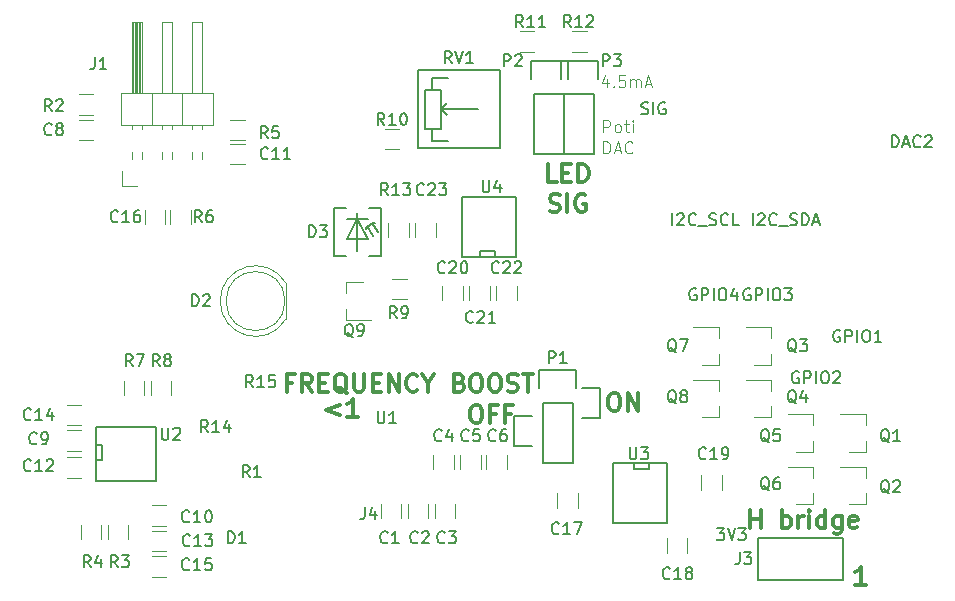
<source format=gbr>
G04 #@! TF.FileFunction,Legend,Top*
%FSLAX46Y46*%
G04 Gerber Fmt 4.6, Leading zero omitted, Abs format (unit mm)*
G04 Created by KiCad (PCBNEW 4.0.6-e0-6349~52~ubuntu17.04.1) date Sun Jul  9 19:17:02 2017*
%MOMM*%
%LPD*%
G01*
G04 APERTURE LIST*
%ADD10C,0.100000*%
%ADD11C,0.300000*%
%ADD12C,0.200000*%
%ADD13C,0.120000*%
%ADD14C,0.150000*%
G04 APERTURE END LIST*
D10*
D11*
X132191143Y-118804571D02*
X131048286Y-119233143D01*
X132191143Y-119661714D01*
X133691143Y-119804571D02*
X132834000Y-119804571D01*
X133262572Y-119804571D02*
X133262572Y-118304571D01*
X133119715Y-118518857D01*
X132976857Y-118661714D01*
X132834000Y-118733143D01*
X166950000Y-129202571D02*
X166950000Y-127702571D01*
X166950000Y-128416857D02*
X167807143Y-128416857D01*
X167807143Y-129202571D02*
X167807143Y-127702571D01*
X169664286Y-129202571D02*
X169664286Y-127702571D01*
X169664286Y-128274000D02*
X169807143Y-128202571D01*
X170092857Y-128202571D01*
X170235714Y-128274000D01*
X170307143Y-128345429D01*
X170378572Y-128488286D01*
X170378572Y-128916857D01*
X170307143Y-129059714D01*
X170235714Y-129131143D01*
X170092857Y-129202571D01*
X169807143Y-129202571D01*
X169664286Y-129131143D01*
X171021429Y-129202571D02*
X171021429Y-128202571D01*
X171021429Y-128488286D02*
X171092857Y-128345429D01*
X171164286Y-128274000D01*
X171307143Y-128202571D01*
X171450000Y-128202571D01*
X171950000Y-129202571D02*
X171950000Y-128202571D01*
X171950000Y-127702571D02*
X171878571Y-127774000D01*
X171950000Y-127845429D01*
X172021428Y-127774000D01*
X171950000Y-127702571D01*
X171950000Y-127845429D01*
X173307143Y-129202571D02*
X173307143Y-127702571D01*
X173307143Y-129131143D02*
X173164286Y-129202571D01*
X172878572Y-129202571D01*
X172735714Y-129131143D01*
X172664286Y-129059714D01*
X172592857Y-128916857D01*
X172592857Y-128488286D01*
X172664286Y-128345429D01*
X172735714Y-128274000D01*
X172878572Y-128202571D01*
X173164286Y-128202571D01*
X173307143Y-128274000D01*
X174664286Y-128202571D02*
X174664286Y-129416857D01*
X174592857Y-129559714D01*
X174521429Y-129631143D01*
X174378572Y-129702571D01*
X174164286Y-129702571D01*
X174021429Y-129631143D01*
X174664286Y-129131143D02*
X174521429Y-129202571D01*
X174235715Y-129202571D01*
X174092857Y-129131143D01*
X174021429Y-129059714D01*
X173950000Y-128916857D01*
X173950000Y-128488286D01*
X174021429Y-128345429D01*
X174092857Y-128274000D01*
X174235715Y-128202571D01*
X174521429Y-128202571D01*
X174664286Y-128274000D01*
X175950000Y-129131143D02*
X175807143Y-129202571D01*
X175521429Y-129202571D01*
X175378572Y-129131143D01*
X175307143Y-128988286D01*
X175307143Y-128416857D01*
X175378572Y-128274000D01*
X175521429Y-128202571D01*
X175807143Y-128202571D01*
X175950000Y-128274000D01*
X176021429Y-128416857D01*
X176021429Y-128559714D01*
X175307143Y-128702571D01*
X150535715Y-99903571D02*
X149821429Y-99903571D01*
X149821429Y-98403571D01*
X151035715Y-99117857D02*
X151535715Y-99117857D01*
X151750001Y-99903571D02*
X151035715Y-99903571D01*
X151035715Y-98403571D01*
X151750001Y-98403571D01*
X152392858Y-99903571D02*
X152392858Y-98403571D01*
X152750001Y-98403571D01*
X152964286Y-98475000D01*
X153107144Y-98617857D01*
X153178572Y-98760714D01*
X153250001Y-99046429D01*
X153250001Y-99260714D01*
X153178572Y-99546429D01*
X153107144Y-99689286D01*
X152964286Y-99832143D01*
X152750001Y-99903571D01*
X152392858Y-99903571D01*
X149964286Y-102382143D02*
X150178572Y-102453571D01*
X150535715Y-102453571D01*
X150678572Y-102382143D01*
X150750001Y-102310714D01*
X150821429Y-102167857D01*
X150821429Y-102025000D01*
X150750001Y-101882143D01*
X150678572Y-101810714D01*
X150535715Y-101739286D01*
X150250001Y-101667857D01*
X150107143Y-101596429D01*
X150035715Y-101525000D01*
X149964286Y-101382143D01*
X149964286Y-101239286D01*
X150035715Y-101096429D01*
X150107143Y-101025000D01*
X150250001Y-100953571D01*
X150607143Y-100953571D01*
X150821429Y-101025000D01*
X151464286Y-102453571D02*
X151464286Y-100953571D01*
X152964286Y-101025000D02*
X152821429Y-100953571D01*
X152607143Y-100953571D01*
X152392858Y-101025000D01*
X152250000Y-101167857D01*
X152178572Y-101310714D01*
X152107143Y-101596429D01*
X152107143Y-101810714D01*
X152178572Y-102096429D01*
X152250000Y-102239286D01*
X152392858Y-102382143D01*
X152607143Y-102453571D01*
X152750000Y-102453571D01*
X152964286Y-102382143D01*
X153035715Y-102310714D01*
X153035715Y-101810714D01*
X152750000Y-101810714D01*
D10*
X154511905Y-95702381D02*
X154511905Y-94702381D01*
X154892858Y-94702381D01*
X154988096Y-94750000D01*
X155035715Y-94797619D01*
X155083334Y-94892857D01*
X155083334Y-95035714D01*
X155035715Y-95130952D01*
X154988096Y-95178571D01*
X154892858Y-95226190D01*
X154511905Y-95226190D01*
X155654762Y-95702381D02*
X155559524Y-95654762D01*
X155511905Y-95607143D01*
X155464286Y-95511905D01*
X155464286Y-95226190D01*
X155511905Y-95130952D01*
X155559524Y-95083333D01*
X155654762Y-95035714D01*
X155797620Y-95035714D01*
X155892858Y-95083333D01*
X155940477Y-95130952D01*
X155988096Y-95226190D01*
X155988096Y-95511905D01*
X155940477Y-95607143D01*
X155892858Y-95654762D01*
X155797620Y-95702381D01*
X155654762Y-95702381D01*
X156273810Y-95035714D02*
X156654762Y-95035714D01*
X156416667Y-94702381D02*
X156416667Y-95559524D01*
X156464286Y-95654762D01*
X156559524Y-95702381D01*
X156654762Y-95702381D01*
X156988096Y-95702381D02*
X156988096Y-95035714D01*
X156988096Y-94702381D02*
X156940477Y-94750000D01*
X156988096Y-94797619D01*
X157035715Y-94750000D01*
X156988096Y-94702381D01*
X156988096Y-94797619D01*
X154844953Y-91225714D02*
X154844953Y-91892381D01*
X154606857Y-90844762D02*
X154368762Y-91559048D01*
X154987810Y-91559048D01*
X155368762Y-91797143D02*
X155416381Y-91844762D01*
X155368762Y-91892381D01*
X155321143Y-91844762D01*
X155368762Y-91797143D01*
X155368762Y-91892381D01*
X156321143Y-90892381D02*
X155844952Y-90892381D01*
X155797333Y-91368571D01*
X155844952Y-91320952D01*
X155940190Y-91273333D01*
X156178286Y-91273333D01*
X156273524Y-91320952D01*
X156321143Y-91368571D01*
X156368762Y-91463810D01*
X156368762Y-91701905D01*
X156321143Y-91797143D01*
X156273524Y-91844762D01*
X156178286Y-91892381D01*
X155940190Y-91892381D01*
X155844952Y-91844762D01*
X155797333Y-91797143D01*
X156797333Y-91892381D02*
X156797333Y-91225714D01*
X156797333Y-91320952D02*
X156844952Y-91273333D01*
X156940190Y-91225714D01*
X157083048Y-91225714D01*
X157178286Y-91273333D01*
X157225905Y-91368571D01*
X157225905Y-91892381D01*
X157225905Y-91368571D02*
X157273524Y-91273333D01*
X157368762Y-91225714D01*
X157511619Y-91225714D01*
X157606857Y-91273333D01*
X157654476Y-91368571D01*
X157654476Y-91892381D01*
X158083047Y-91606667D02*
X158559238Y-91606667D01*
X157987809Y-91892381D02*
X158321142Y-90892381D01*
X158654476Y-91892381D01*
X154511524Y-97480381D02*
X154511524Y-96480381D01*
X154749619Y-96480381D01*
X154892477Y-96528000D01*
X154987715Y-96623238D01*
X155035334Y-96718476D01*
X155082953Y-96908952D01*
X155082953Y-97051810D01*
X155035334Y-97242286D01*
X154987715Y-97337524D01*
X154892477Y-97432762D01*
X154749619Y-97480381D01*
X154511524Y-97480381D01*
X155463905Y-97194667D02*
X155940096Y-97194667D01*
X155368667Y-97480381D02*
X155702000Y-96480381D01*
X156035334Y-97480381D01*
X156940096Y-97385143D02*
X156892477Y-97432762D01*
X156749620Y-97480381D01*
X156654382Y-97480381D01*
X156511524Y-97432762D01*
X156416286Y-97337524D01*
X156368667Y-97242286D01*
X156321048Y-97051810D01*
X156321048Y-96908952D01*
X156368667Y-96718476D01*
X156416286Y-96623238D01*
X156511524Y-96528000D01*
X156654382Y-96480381D01*
X156749620Y-96480381D01*
X156892477Y-96528000D01*
X156940096Y-96575619D01*
D11*
X143605429Y-118812571D02*
X143891143Y-118812571D01*
X144034001Y-118884000D01*
X144176858Y-119026857D01*
X144248286Y-119312571D01*
X144248286Y-119812571D01*
X144176858Y-120098286D01*
X144034001Y-120241143D01*
X143891143Y-120312571D01*
X143605429Y-120312571D01*
X143462572Y-120241143D01*
X143319715Y-120098286D01*
X143248286Y-119812571D01*
X143248286Y-119312571D01*
X143319715Y-119026857D01*
X143462572Y-118884000D01*
X143605429Y-118812571D01*
X145391144Y-119526857D02*
X144891144Y-119526857D01*
X144891144Y-120312571D02*
X144891144Y-118812571D01*
X145605430Y-118812571D01*
X146676858Y-119526857D02*
X146176858Y-119526857D01*
X146176858Y-120312571D02*
X146176858Y-118812571D01*
X146891144Y-118812571D01*
D12*
X148463000Y-122301000D02*
X146939000Y-122301000D01*
X148463000Y-119761000D02*
X146939000Y-119761000D01*
X146939000Y-119761000D02*
X146939000Y-122301000D01*
D11*
X155281428Y-117796571D02*
X155567142Y-117796571D01*
X155710000Y-117868000D01*
X155852857Y-118010857D01*
X155924285Y-118296571D01*
X155924285Y-118796571D01*
X155852857Y-119082286D01*
X155710000Y-119225143D01*
X155567142Y-119296571D01*
X155281428Y-119296571D01*
X155138571Y-119225143D01*
X154995714Y-119082286D01*
X154924285Y-118796571D01*
X154924285Y-118296571D01*
X154995714Y-118010857D01*
X155138571Y-117868000D01*
X155281428Y-117796571D01*
X156567143Y-119296571D02*
X156567143Y-117796571D01*
X157424286Y-119296571D01*
X157424286Y-117796571D01*
D12*
X154178000Y-119888000D02*
X154178000Y-117348000D01*
X152654000Y-119888000D02*
X154178000Y-119888000D01*
X152654000Y-117348000D02*
X154178000Y-117348000D01*
D11*
X128178571Y-116892857D02*
X127678571Y-116892857D01*
X127678571Y-117678571D02*
X127678571Y-116178571D01*
X128392857Y-116178571D01*
X129821428Y-117678571D02*
X129321428Y-116964286D01*
X128964285Y-117678571D02*
X128964285Y-116178571D01*
X129535713Y-116178571D01*
X129678571Y-116250000D01*
X129749999Y-116321429D01*
X129821428Y-116464286D01*
X129821428Y-116678571D01*
X129749999Y-116821429D01*
X129678571Y-116892857D01*
X129535713Y-116964286D01*
X128964285Y-116964286D01*
X130464285Y-116892857D02*
X130964285Y-116892857D01*
X131178571Y-117678571D02*
X130464285Y-117678571D01*
X130464285Y-116178571D01*
X131178571Y-116178571D01*
X132821428Y-117821429D02*
X132678571Y-117750000D01*
X132535714Y-117607143D01*
X132321428Y-117392857D01*
X132178571Y-117321429D01*
X132035714Y-117321429D01*
X132107142Y-117678571D02*
X131964285Y-117607143D01*
X131821428Y-117464286D01*
X131749999Y-117178571D01*
X131749999Y-116678571D01*
X131821428Y-116392857D01*
X131964285Y-116250000D01*
X132107142Y-116178571D01*
X132392856Y-116178571D01*
X132535714Y-116250000D01*
X132678571Y-116392857D01*
X132749999Y-116678571D01*
X132749999Y-117178571D01*
X132678571Y-117464286D01*
X132535714Y-117607143D01*
X132392856Y-117678571D01*
X132107142Y-117678571D01*
X133392857Y-116178571D02*
X133392857Y-117392857D01*
X133464285Y-117535714D01*
X133535714Y-117607143D01*
X133678571Y-117678571D01*
X133964285Y-117678571D01*
X134107143Y-117607143D01*
X134178571Y-117535714D01*
X134250000Y-117392857D01*
X134250000Y-116178571D01*
X134964286Y-116892857D02*
X135464286Y-116892857D01*
X135678572Y-117678571D02*
X134964286Y-117678571D01*
X134964286Y-116178571D01*
X135678572Y-116178571D01*
X136321429Y-117678571D02*
X136321429Y-116178571D01*
X137178572Y-117678571D01*
X137178572Y-116178571D01*
X138750001Y-117535714D02*
X138678572Y-117607143D01*
X138464286Y-117678571D01*
X138321429Y-117678571D01*
X138107144Y-117607143D01*
X137964286Y-117464286D01*
X137892858Y-117321429D01*
X137821429Y-117035714D01*
X137821429Y-116821429D01*
X137892858Y-116535714D01*
X137964286Y-116392857D01*
X138107144Y-116250000D01*
X138321429Y-116178571D01*
X138464286Y-116178571D01*
X138678572Y-116250000D01*
X138750001Y-116321429D01*
X139678572Y-116964286D02*
X139678572Y-117678571D01*
X139178572Y-116178571D02*
X139678572Y-116964286D01*
X140178572Y-116178571D01*
X142321429Y-116892857D02*
X142535715Y-116964286D01*
X142607143Y-117035714D01*
X142678572Y-117178571D01*
X142678572Y-117392857D01*
X142607143Y-117535714D01*
X142535715Y-117607143D01*
X142392857Y-117678571D01*
X141821429Y-117678571D01*
X141821429Y-116178571D01*
X142321429Y-116178571D01*
X142464286Y-116250000D01*
X142535715Y-116321429D01*
X142607143Y-116464286D01*
X142607143Y-116607143D01*
X142535715Y-116750000D01*
X142464286Y-116821429D01*
X142321429Y-116892857D01*
X141821429Y-116892857D01*
X143607143Y-116178571D02*
X143892857Y-116178571D01*
X144035715Y-116250000D01*
X144178572Y-116392857D01*
X144250000Y-116678571D01*
X144250000Y-117178571D01*
X144178572Y-117464286D01*
X144035715Y-117607143D01*
X143892857Y-117678571D01*
X143607143Y-117678571D01*
X143464286Y-117607143D01*
X143321429Y-117464286D01*
X143250000Y-117178571D01*
X143250000Y-116678571D01*
X143321429Y-116392857D01*
X143464286Y-116250000D01*
X143607143Y-116178571D01*
X145178572Y-116178571D02*
X145464286Y-116178571D01*
X145607144Y-116250000D01*
X145750001Y-116392857D01*
X145821429Y-116678571D01*
X145821429Y-117178571D01*
X145750001Y-117464286D01*
X145607144Y-117607143D01*
X145464286Y-117678571D01*
X145178572Y-117678571D01*
X145035715Y-117607143D01*
X144892858Y-117464286D01*
X144821429Y-117178571D01*
X144821429Y-116678571D01*
X144892858Y-116392857D01*
X145035715Y-116250000D01*
X145178572Y-116178571D01*
X146392858Y-117607143D02*
X146607144Y-117678571D01*
X146964287Y-117678571D01*
X147107144Y-117607143D01*
X147178573Y-117535714D01*
X147250001Y-117392857D01*
X147250001Y-117250000D01*
X147178573Y-117107143D01*
X147107144Y-117035714D01*
X146964287Y-116964286D01*
X146678573Y-116892857D01*
X146535715Y-116821429D01*
X146464287Y-116750000D01*
X146392858Y-116607143D01*
X146392858Y-116464286D01*
X146464287Y-116321429D01*
X146535715Y-116250000D01*
X146678573Y-116178571D01*
X147035715Y-116178571D01*
X147250001Y-116250000D01*
X147678572Y-116178571D02*
X148535715Y-116178571D01*
X148107144Y-117678571D02*
X148107144Y-116178571D01*
X176704572Y-134028571D02*
X175847429Y-134028571D01*
X176276001Y-134028571D02*
X176276001Y-132528571D01*
X176133144Y-132742857D01*
X175990286Y-132885714D01*
X175847429Y-132957143D01*
D13*
X145424000Y-109947000D02*
X145424000Y-108747000D01*
X147184000Y-108747000D02*
X147184000Y-109947000D01*
X135645000Y-128362000D02*
X135645000Y-127162000D01*
X137405000Y-127162000D02*
X137405000Y-128362000D01*
X137931000Y-128362000D02*
X137931000Y-127162000D01*
X139691000Y-127162000D02*
X139691000Y-128362000D01*
X140217000Y-128362000D02*
X140217000Y-127162000D01*
X141977000Y-127162000D02*
X141977000Y-128362000D01*
X140090000Y-124234500D02*
X140090000Y-123034500D01*
X141850000Y-123034500D02*
X141850000Y-124234500D01*
X142376000Y-124234500D02*
X142376000Y-123034500D01*
X144136000Y-123034500D02*
X144136000Y-124234500D01*
X144598500Y-124234500D02*
X144598500Y-123034500D01*
X146358500Y-123034500D02*
X146358500Y-124234500D01*
X111297000Y-96398000D02*
X110097000Y-96398000D01*
X110097000Y-94638000D02*
X111297000Y-94638000D01*
X109081000Y-120927000D02*
X110281000Y-120927000D01*
X110281000Y-122687000D02*
X109081000Y-122687000D01*
X117503500Y-129023000D02*
X116303500Y-129023000D01*
X116303500Y-127263000D02*
X117503500Y-127263000D01*
X122924000Y-96670000D02*
X124124000Y-96670000D01*
X124124000Y-98430000D02*
X122924000Y-98430000D01*
X109081000Y-123213000D02*
X110281000Y-123213000D01*
X110281000Y-124973000D02*
X109081000Y-124973000D01*
X117503500Y-131182000D02*
X116303500Y-131182000D01*
X116303500Y-129422000D02*
X117503500Y-129422000D01*
X109081000Y-118768000D02*
X110281000Y-118768000D01*
X110281000Y-120528000D02*
X109081000Y-120528000D01*
X117503500Y-133341000D02*
X116303500Y-133341000D01*
X116303500Y-131581000D02*
X117503500Y-131581000D01*
X117419000Y-102284000D02*
X117419000Y-103484000D01*
X115659000Y-103484000D02*
X115659000Y-102284000D01*
X150584000Y-127487000D02*
X150584000Y-126287000D01*
X152344000Y-126287000D02*
X152344000Y-127487000D01*
X159855000Y-131297000D02*
X159855000Y-130097000D01*
X161615000Y-130097000D02*
X161615000Y-131297000D01*
X162776000Y-125963000D02*
X162776000Y-124763000D01*
X164536000Y-124763000D02*
X164536000Y-125963000D01*
X140852000Y-109947000D02*
X140852000Y-108747000D01*
X142612000Y-108747000D02*
X142612000Y-109947000D01*
X143138000Y-109947000D02*
X143138000Y-108747000D01*
X144898000Y-108747000D02*
X144898000Y-109947000D01*
X138566000Y-104613000D02*
X138566000Y-103413000D01*
X140326000Y-103413000D02*
X140326000Y-104613000D01*
X122058000Y-109995538D02*
G75*
G03X127608000Y-111540830I2990000J-462D01*
G01*
X122058000Y-109996462D02*
G75*
G02X127608000Y-108451170I2990000J462D01*
G01*
X127548000Y-109996000D02*
G75*
G03X127548000Y-109996000I-2500000J0D01*
G01*
X127608000Y-111541000D02*
X127608000Y-108451000D01*
D14*
X134884000Y-103354000D02*
X134784000Y-103554000D01*
X134884000Y-103354000D02*
X135184000Y-103354000D01*
X134484000Y-103654000D02*
X134684000Y-103654000D01*
X134684000Y-103654000D02*
X134484000Y-103654000D01*
X134484000Y-103654000D02*
X134384000Y-103854000D01*
X134484000Y-103654000D02*
X134984000Y-104454000D01*
X134884000Y-103354000D02*
X135384000Y-104154000D01*
X134584000Y-103054000D02*
X132784000Y-103054000D01*
X133684000Y-103054000D02*
X132784000Y-104754000D01*
X133684000Y-104754000D02*
X132784000Y-104754000D01*
X134584000Y-104754000D02*
X133684000Y-104754000D01*
X133684000Y-103054000D02*
X134584000Y-104754000D01*
X133684000Y-102554000D02*
X133684000Y-105654000D01*
X133684000Y-105654000D02*
X133684000Y-105754000D01*
X132684000Y-106154000D02*
X131684000Y-106154000D01*
X135684000Y-106154000D02*
X134684000Y-106154000D01*
X132684000Y-102154000D02*
X131684000Y-102154000D01*
X135684000Y-102154000D02*
X135684000Y-106154000D01*
X131684000Y-102154000D02*
X131684000Y-106154000D01*
X135684000Y-102154000D02*
X134684000Y-102154000D01*
X174779000Y-133590000D02*
X167579000Y-133590000D01*
X174779000Y-130090000D02*
X167579000Y-130090000D01*
X167579000Y-130090000D02*
X167579000Y-133590000D01*
X174779000Y-130090000D02*
X174779000Y-133590000D01*
X149352000Y-118618000D02*
X149352000Y-123698000D01*
X149352000Y-123698000D02*
X151892000Y-123698000D01*
X151892000Y-123698000D02*
X151892000Y-118618000D01*
X152172000Y-115798000D02*
X152172000Y-117348000D01*
X151892000Y-118618000D02*
X149352000Y-118618000D01*
X149072000Y-117348000D02*
X149072000Y-115798000D01*
X149072000Y-115798000D02*
X152172000Y-115798000D01*
X148670000Y-92470000D02*
X148670000Y-97550000D01*
X148670000Y-97550000D02*
X151210000Y-97550000D01*
X151210000Y-97550000D02*
X151210000Y-92470000D01*
X151490000Y-89650000D02*
X151490000Y-91200000D01*
X151210000Y-92470000D02*
X148670000Y-92470000D01*
X148390000Y-91200000D02*
X148390000Y-89650000D01*
X148390000Y-89650000D02*
X151490000Y-89650000D01*
X151210000Y-92470000D02*
X151210000Y-97550000D01*
X151210000Y-97550000D02*
X153750000Y-97550000D01*
X153750000Y-97550000D02*
X153750000Y-92470000D01*
X154030000Y-89650000D02*
X154030000Y-91200000D01*
X153750000Y-92470000D02*
X151210000Y-92470000D01*
X150930000Y-91200000D02*
X150930000Y-89650000D01*
X150930000Y-89650000D02*
X154030000Y-89650000D01*
D13*
X176735000Y-122752000D02*
X176735000Y-121822000D01*
X176735000Y-119592000D02*
X176735000Y-120522000D01*
X176735000Y-119592000D02*
X174575000Y-119592000D01*
X176735000Y-122752000D02*
X175275000Y-122752000D01*
X176735000Y-127197000D02*
X176735000Y-126267000D01*
X176735000Y-124037000D02*
X176735000Y-124967000D01*
X176735000Y-124037000D02*
X174575000Y-124037000D01*
X176735000Y-127197000D02*
X175275000Y-127197000D01*
X168734000Y-115386000D02*
X168734000Y-114456000D01*
X168734000Y-112226000D02*
X168734000Y-113156000D01*
X168734000Y-112226000D02*
X166574000Y-112226000D01*
X168734000Y-115386000D02*
X167274000Y-115386000D01*
X168734000Y-119831000D02*
X168734000Y-118901000D01*
X168734000Y-116671000D02*
X168734000Y-117601000D01*
X168734000Y-116671000D02*
X166574000Y-116671000D01*
X168734000Y-119831000D02*
X167274000Y-119831000D01*
X172290000Y-122752000D02*
X172290000Y-121822000D01*
X172290000Y-119592000D02*
X172290000Y-120522000D01*
X172290000Y-119592000D02*
X170130000Y-119592000D01*
X172290000Y-122752000D02*
X170830000Y-122752000D01*
X172290000Y-127197000D02*
X172290000Y-126267000D01*
X172290000Y-124037000D02*
X172290000Y-124967000D01*
X172290000Y-124037000D02*
X170130000Y-124037000D01*
X172290000Y-127197000D02*
X170830000Y-127197000D01*
X164289000Y-115386000D02*
X164289000Y-114456000D01*
X164289000Y-112226000D02*
X164289000Y-113156000D01*
X164289000Y-112226000D02*
X162129000Y-112226000D01*
X164289000Y-115386000D02*
X162829000Y-115386000D01*
X164289000Y-119831000D02*
X164289000Y-118901000D01*
X164289000Y-116671000D02*
X164289000Y-117601000D01*
X164289000Y-116671000D02*
X162129000Y-116671000D01*
X164289000Y-119831000D02*
X162829000Y-119831000D01*
X132670000Y-108416000D02*
X132670000Y-109346000D01*
X132670000Y-111576000D02*
X132670000Y-110646000D01*
X132670000Y-111576000D02*
X134830000Y-111576000D01*
X132670000Y-108416000D02*
X134130000Y-108416000D01*
X111297000Y-94239000D02*
X110097000Y-94239000D01*
X110097000Y-92479000D02*
X111297000Y-92479000D01*
X112531000Y-130140000D02*
X112531000Y-128940000D01*
X114291000Y-128940000D02*
X114291000Y-130140000D01*
X110245000Y-130140000D02*
X110245000Y-128940000D01*
X112005000Y-128940000D02*
X112005000Y-130140000D01*
X122924000Y-94638000D02*
X124124000Y-94638000D01*
X124124000Y-96398000D02*
X122924000Y-96398000D01*
X119578000Y-102284000D02*
X119578000Y-103484000D01*
X117818000Y-103484000D02*
X117818000Y-102284000D01*
X115641000Y-116762000D02*
X115641000Y-117962000D01*
X113881000Y-117962000D02*
X113881000Y-116762000D01*
X117927000Y-116762000D02*
X117927000Y-117962000D01*
X116167000Y-117962000D02*
X116167000Y-116762000D01*
X137840000Y-109860000D02*
X136640000Y-109860000D01*
X136640000Y-108100000D02*
X137840000Y-108100000D01*
X137205000Y-97160000D02*
X136005000Y-97160000D01*
X136005000Y-95400000D02*
X137205000Y-95400000D01*
X147435000Y-87145000D02*
X148635000Y-87145000D01*
X148635000Y-88905000D02*
X147435000Y-88905000D01*
X151880000Y-87145000D02*
X153080000Y-87145000D01*
X153080000Y-88905000D02*
X151880000Y-88905000D01*
X136280000Y-104613000D02*
X136280000Y-103413000D01*
X138040000Y-103413000D02*
X138040000Y-104613000D01*
D14*
X145790000Y-97044000D02*
X138790000Y-97044000D01*
X145790000Y-90440000D02*
X138790000Y-90440000D01*
X145790000Y-90440000D02*
X145790000Y-97040000D01*
X138790000Y-90440000D02*
X138790000Y-97040000D01*
X140034000Y-92089000D02*
X140034000Y-91073000D01*
X141320000Y-91073000D02*
X140034000Y-91073000D01*
X140034000Y-95391000D02*
X140034000Y-96407000D01*
X141320000Y-96407000D02*
X140034000Y-96407000D01*
X143860000Y-93740000D02*
X140796000Y-93740000D01*
X140796000Y-93740000D02*
X141304000Y-93232000D01*
X140796000Y-93740000D02*
X141304000Y-94248000D01*
X140796000Y-95391000D02*
X139399000Y-95391000D01*
X139399000Y-95391000D02*
X139399000Y-92089000D01*
X139399000Y-92089000D02*
X140796000Y-92089000D01*
X140796000Y-92089000D02*
X140796000Y-95391000D01*
X111506000Y-120650000D02*
X116586000Y-120650000D01*
X116586000Y-120650000D02*
X116586000Y-125222000D01*
X116586000Y-125222000D02*
X111506000Y-125222000D01*
X111506000Y-125222000D02*
X111506000Y-120650000D01*
X111506000Y-122174000D02*
X112014000Y-122174000D01*
X112014000Y-122174000D02*
X112014000Y-123444000D01*
X112014000Y-123444000D02*
X111506000Y-123444000D01*
X159856000Y-123700000D02*
X159856000Y-128780000D01*
X159856000Y-128780000D02*
X155284000Y-128780000D01*
X155284000Y-128780000D02*
X155284000Y-123700000D01*
X155284000Y-123700000D02*
X159856000Y-123700000D01*
X158332000Y-123700000D02*
X158332000Y-124208000D01*
X158332000Y-124208000D02*
X157062000Y-124208000D01*
X157062000Y-124208000D02*
X157062000Y-123700000D01*
X142557500Y-106235500D02*
X142557500Y-101155500D01*
X142557500Y-101155500D02*
X147129500Y-101155500D01*
X147129500Y-101155500D02*
X147129500Y-106235500D01*
X147129500Y-106235500D02*
X142557500Y-106235500D01*
X144081500Y-106235500D02*
X144081500Y-105727500D01*
X144081500Y-105727500D02*
X145351500Y-105727500D01*
X145351500Y-105727500D02*
X145351500Y-106235500D01*
D13*
X113625000Y-95127000D02*
X116285000Y-95127000D01*
X116285000Y-95127000D02*
X116285000Y-92387000D01*
X116285000Y-92387000D02*
X113625000Y-92387000D01*
X113625000Y-92387000D02*
X113625000Y-95127000D01*
X114575000Y-92387000D02*
X115455000Y-92387000D01*
X115455000Y-92387000D02*
X115455000Y-86387000D01*
X115455000Y-86387000D02*
X114575000Y-86387000D01*
X114575000Y-86387000D02*
X114575000Y-92387000D01*
X114575000Y-95437000D02*
X114575000Y-95127000D01*
X115455000Y-95437000D02*
X115455000Y-95127000D01*
X114575000Y-97977000D02*
X114575000Y-97377000D01*
X115455000Y-97977000D02*
X115455000Y-97377000D01*
X114695000Y-92387000D02*
X114695000Y-86387000D01*
X114815000Y-92387000D02*
X114815000Y-86387000D01*
X114935000Y-92387000D02*
X114935000Y-86387000D01*
X115055000Y-92387000D02*
X115055000Y-86387000D01*
X115175000Y-92387000D02*
X115175000Y-86387000D01*
X115295000Y-92387000D02*
X115295000Y-86387000D01*
X115415000Y-92387000D02*
X115415000Y-86387000D01*
X116285000Y-95127000D02*
X118825000Y-95127000D01*
X118825000Y-95127000D02*
X118825000Y-92387000D01*
X118825000Y-92387000D02*
X116285000Y-92387000D01*
X116285000Y-92387000D02*
X116285000Y-95127000D01*
X117115000Y-92387000D02*
X117995000Y-92387000D01*
X117995000Y-92387000D02*
X117995000Y-86387000D01*
X117995000Y-86387000D02*
X117115000Y-86387000D01*
X117115000Y-86387000D02*
X117115000Y-92387000D01*
X117115000Y-95437000D02*
X117115000Y-95127000D01*
X117995000Y-95437000D02*
X117995000Y-95127000D01*
X117115000Y-97977000D02*
X117115000Y-97377000D01*
X117995000Y-97977000D02*
X117995000Y-97377000D01*
X118825000Y-95127000D02*
X121485000Y-95127000D01*
X121485000Y-95127000D02*
X121485000Y-92387000D01*
X121485000Y-92387000D02*
X118825000Y-92387000D01*
X118825000Y-92387000D02*
X118825000Y-95127000D01*
X119655000Y-92387000D02*
X120535000Y-92387000D01*
X120535000Y-92387000D02*
X120535000Y-86387000D01*
X120535000Y-86387000D02*
X119655000Y-86387000D01*
X119655000Y-86387000D02*
X119655000Y-92387000D01*
X119655000Y-95437000D02*
X119655000Y-95127000D01*
X120535000Y-95437000D02*
X120535000Y-95127000D01*
X119655000Y-97977000D02*
X119655000Y-97377000D01*
X120535000Y-97977000D02*
X120535000Y-97377000D01*
X115015000Y-100217000D02*
X113745000Y-100217000D01*
X113745000Y-100217000D02*
X113745000Y-98947000D01*
D14*
X145661143Y-107545143D02*
X145613524Y-107592762D01*
X145470667Y-107640381D01*
X145375429Y-107640381D01*
X145232571Y-107592762D01*
X145137333Y-107497524D01*
X145089714Y-107402286D01*
X145042095Y-107211810D01*
X145042095Y-107068952D01*
X145089714Y-106878476D01*
X145137333Y-106783238D01*
X145232571Y-106688000D01*
X145375429Y-106640381D01*
X145470667Y-106640381D01*
X145613524Y-106688000D01*
X145661143Y-106735619D01*
X146042095Y-106735619D02*
X146089714Y-106688000D01*
X146184952Y-106640381D01*
X146423048Y-106640381D01*
X146518286Y-106688000D01*
X146565905Y-106735619D01*
X146613524Y-106830857D01*
X146613524Y-106926095D01*
X146565905Y-107068952D01*
X145994476Y-107640381D01*
X146613524Y-107640381D01*
X146994476Y-106735619D02*
X147042095Y-106688000D01*
X147137333Y-106640381D01*
X147375429Y-106640381D01*
X147470667Y-106688000D01*
X147518286Y-106735619D01*
X147565905Y-106830857D01*
X147565905Y-106926095D01*
X147518286Y-107068952D01*
X146946857Y-107640381D01*
X147565905Y-107640381D01*
X136231334Y-130405143D02*
X136183715Y-130452762D01*
X136040858Y-130500381D01*
X135945620Y-130500381D01*
X135802762Y-130452762D01*
X135707524Y-130357524D01*
X135659905Y-130262286D01*
X135612286Y-130071810D01*
X135612286Y-129928952D01*
X135659905Y-129738476D01*
X135707524Y-129643238D01*
X135802762Y-129548000D01*
X135945620Y-129500381D01*
X136040858Y-129500381D01*
X136183715Y-129548000D01*
X136231334Y-129595619D01*
X137183715Y-130500381D02*
X136612286Y-130500381D01*
X136898000Y-130500381D02*
X136898000Y-129500381D01*
X136802762Y-129643238D01*
X136707524Y-129738476D01*
X136612286Y-129786095D01*
X138771334Y-130405143D02*
X138723715Y-130452762D01*
X138580858Y-130500381D01*
X138485620Y-130500381D01*
X138342762Y-130452762D01*
X138247524Y-130357524D01*
X138199905Y-130262286D01*
X138152286Y-130071810D01*
X138152286Y-129928952D01*
X138199905Y-129738476D01*
X138247524Y-129643238D01*
X138342762Y-129548000D01*
X138485620Y-129500381D01*
X138580858Y-129500381D01*
X138723715Y-129548000D01*
X138771334Y-129595619D01*
X139152286Y-129595619D02*
X139199905Y-129548000D01*
X139295143Y-129500381D01*
X139533239Y-129500381D01*
X139628477Y-129548000D01*
X139676096Y-129595619D01*
X139723715Y-129690857D01*
X139723715Y-129786095D01*
X139676096Y-129928952D01*
X139104667Y-130500381D01*
X139723715Y-130500381D01*
X141057334Y-130405143D02*
X141009715Y-130452762D01*
X140866858Y-130500381D01*
X140771620Y-130500381D01*
X140628762Y-130452762D01*
X140533524Y-130357524D01*
X140485905Y-130262286D01*
X140438286Y-130071810D01*
X140438286Y-129928952D01*
X140485905Y-129738476D01*
X140533524Y-129643238D01*
X140628762Y-129548000D01*
X140771620Y-129500381D01*
X140866858Y-129500381D01*
X141009715Y-129548000D01*
X141057334Y-129595619D01*
X141390667Y-129500381D02*
X142009715Y-129500381D01*
X141676381Y-129881333D01*
X141819239Y-129881333D01*
X141914477Y-129928952D01*
X141962096Y-129976571D01*
X142009715Y-130071810D01*
X142009715Y-130309905D01*
X141962096Y-130405143D01*
X141914477Y-130452762D01*
X141819239Y-130500381D01*
X141533524Y-130500381D01*
X141438286Y-130452762D01*
X141390667Y-130405143D01*
X140803334Y-121769143D02*
X140755715Y-121816762D01*
X140612858Y-121864381D01*
X140517620Y-121864381D01*
X140374762Y-121816762D01*
X140279524Y-121721524D01*
X140231905Y-121626286D01*
X140184286Y-121435810D01*
X140184286Y-121292952D01*
X140231905Y-121102476D01*
X140279524Y-121007238D01*
X140374762Y-120912000D01*
X140517620Y-120864381D01*
X140612858Y-120864381D01*
X140755715Y-120912000D01*
X140803334Y-120959619D01*
X141660477Y-121197714D02*
X141660477Y-121864381D01*
X141422381Y-120816762D02*
X141184286Y-121531048D01*
X141803334Y-121531048D01*
X143089334Y-121769143D02*
X143041715Y-121816762D01*
X142898858Y-121864381D01*
X142803620Y-121864381D01*
X142660762Y-121816762D01*
X142565524Y-121721524D01*
X142517905Y-121626286D01*
X142470286Y-121435810D01*
X142470286Y-121292952D01*
X142517905Y-121102476D01*
X142565524Y-121007238D01*
X142660762Y-120912000D01*
X142803620Y-120864381D01*
X142898858Y-120864381D01*
X143041715Y-120912000D01*
X143089334Y-120959619D01*
X143994096Y-120864381D02*
X143517905Y-120864381D01*
X143470286Y-121340571D01*
X143517905Y-121292952D01*
X143613143Y-121245333D01*
X143851239Y-121245333D01*
X143946477Y-121292952D01*
X143994096Y-121340571D01*
X144041715Y-121435810D01*
X144041715Y-121673905D01*
X143994096Y-121769143D01*
X143946477Y-121816762D01*
X143851239Y-121864381D01*
X143613143Y-121864381D01*
X143517905Y-121816762D01*
X143470286Y-121769143D01*
X145375334Y-121769143D02*
X145327715Y-121816762D01*
X145184858Y-121864381D01*
X145089620Y-121864381D01*
X144946762Y-121816762D01*
X144851524Y-121721524D01*
X144803905Y-121626286D01*
X144756286Y-121435810D01*
X144756286Y-121292952D01*
X144803905Y-121102476D01*
X144851524Y-121007238D01*
X144946762Y-120912000D01*
X145089620Y-120864381D01*
X145184858Y-120864381D01*
X145327715Y-120912000D01*
X145375334Y-120959619D01*
X146232477Y-120864381D02*
X146042000Y-120864381D01*
X145946762Y-120912000D01*
X145899143Y-120959619D01*
X145803905Y-121102476D01*
X145756286Y-121292952D01*
X145756286Y-121673905D01*
X145803905Y-121769143D01*
X145851524Y-121816762D01*
X145946762Y-121864381D01*
X146137239Y-121864381D01*
X146232477Y-121816762D01*
X146280096Y-121769143D01*
X146327715Y-121673905D01*
X146327715Y-121435810D01*
X146280096Y-121340571D01*
X146232477Y-121292952D01*
X146137239Y-121245333D01*
X145946762Y-121245333D01*
X145851524Y-121292952D01*
X145803905Y-121340571D01*
X145756286Y-121435810D01*
X107783334Y-95861143D02*
X107735715Y-95908762D01*
X107592858Y-95956381D01*
X107497620Y-95956381D01*
X107354762Y-95908762D01*
X107259524Y-95813524D01*
X107211905Y-95718286D01*
X107164286Y-95527810D01*
X107164286Y-95384952D01*
X107211905Y-95194476D01*
X107259524Y-95099238D01*
X107354762Y-95004000D01*
X107497620Y-94956381D01*
X107592858Y-94956381D01*
X107735715Y-95004000D01*
X107783334Y-95051619D01*
X108354762Y-95384952D02*
X108259524Y-95337333D01*
X108211905Y-95289714D01*
X108164286Y-95194476D01*
X108164286Y-95146857D01*
X108211905Y-95051619D01*
X108259524Y-95004000D01*
X108354762Y-94956381D01*
X108545239Y-94956381D01*
X108640477Y-95004000D01*
X108688096Y-95051619D01*
X108735715Y-95146857D01*
X108735715Y-95194476D01*
X108688096Y-95289714D01*
X108640477Y-95337333D01*
X108545239Y-95384952D01*
X108354762Y-95384952D01*
X108259524Y-95432571D01*
X108211905Y-95480190D01*
X108164286Y-95575429D01*
X108164286Y-95765905D01*
X108211905Y-95861143D01*
X108259524Y-95908762D01*
X108354762Y-95956381D01*
X108545239Y-95956381D01*
X108640477Y-95908762D01*
X108688096Y-95861143D01*
X108735715Y-95765905D01*
X108735715Y-95575429D01*
X108688096Y-95480190D01*
X108640477Y-95432571D01*
X108545239Y-95384952D01*
X106513334Y-122023143D02*
X106465715Y-122070762D01*
X106322858Y-122118381D01*
X106227620Y-122118381D01*
X106084762Y-122070762D01*
X105989524Y-121975524D01*
X105941905Y-121880286D01*
X105894286Y-121689810D01*
X105894286Y-121546952D01*
X105941905Y-121356476D01*
X105989524Y-121261238D01*
X106084762Y-121166000D01*
X106227620Y-121118381D01*
X106322858Y-121118381D01*
X106465715Y-121166000D01*
X106513334Y-121213619D01*
X106989524Y-122118381D02*
X107180000Y-122118381D01*
X107275239Y-122070762D01*
X107322858Y-122023143D01*
X107418096Y-121880286D01*
X107465715Y-121689810D01*
X107465715Y-121308857D01*
X107418096Y-121213619D01*
X107370477Y-121166000D01*
X107275239Y-121118381D01*
X107084762Y-121118381D01*
X106989524Y-121166000D01*
X106941905Y-121213619D01*
X106894286Y-121308857D01*
X106894286Y-121546952D01*
X106941905Y-121642190D01*
X106989524Y-121689810D01*
X107084762Y-121737429D01*
X107275239Y-121737429D01*
X107370477Y-121689810D01*
X107418096Y-121642190D01*
X107465715Y-121546952D01*
X119435643Y-128627143D02*
X119388024Y-128674762D01*
X119245167Y-128722381D01*
X119149929Y-128722381D01*
X119007071Y-128674762D01*
X118911833Y-128579524D01*
X118864214Y-128484286D01*
X118816595Y-128293810D01*
X118816595Y-128150952D01*
X118864214Y-127960476D01*
X118911833Y-127865238D01*
X119007071Y-127770000D01*
X119149929Y-127722381D01*
X119245167Y-127722381D01*
X119388024Y-127770000D01*
X119435643Y-127817619D01*
X120388024Y-128722381D02*
X119816595Y-128722381D01*
X120102309Y-128722381D02*
X120102309Y-127722381D01*
X120007071Y-127865238D01*
X119911833Y-127960476D01*
X119816595Y-128008095D01*
X121007071Y-127722381D02*
X121102310Y-127722381D01*
X121197548Y-127770000D01*
X121245167Y-127817619D01*
X121292786Y-127912857D01*
X121340405Y-128103333D01*
X121340405Y-128341429D01*
X121292786Y-128531905D01*
X121245167Y-128627143D01*
X121197548Y-128674762D01*
X121102310Y-128722381D01*
X121007071Y-128722381D01*
X120911833Y-128674762D01*
X120864214Y-128627143D01*
X120816595Y-128531905D01*
X120768976Y-128341429D01*
X120768976Y-128103333D01*
X120816595Y-127912857D01*
X120864214Y-127817619D01*
X120911833Y-127770000D01*
X121007071Y-127722381D01*
X126103143Y-97893143D02*
X126055524Y-97940762D01*
X125912667Y-97988381D01*
X125817429Y-97988381D01*
X125674571Y-97940762D01*
X125579333Y-97845524D01*
X125531714Y-97750286D01*
X125484095Y-97559810D01*
X125484095Y-97416952D01*
X125531714Y-97226476D01*
X125579333Y-97131238D01*
X125674571Y-97036000D01*
X125817429Y-96988381D01*
X125912667Y-96988381D01*
X126055524Y-97036000D01*
X126103143Y-97083619D01*
X127055524Y-97988381D02*
X126484095Y-97988381D01*
X126769809Y-97988381D02*
X126769809Y-96988381D01*
X126674571Y-97131238D01*
X126579333Y-97226476D01*
X126484095Y-97274095D01*
X128007905Y-97988381D02*
X127436476Y-97988381D01*
X127722190Y-97988381D02*
X127722190Y-96988381D01*
X127626952Y-97131238D01*
X127531714Y-97226476D01*
X127436476Y-97274095D01*
X106037143Y-124309143D02*
X105989524Y-124356762D01*
X105846667Y-124404381D01*
X105751429Y-124404381D01*
X105608571Y-124356762D01*
X105513333Y-124261524D01*
X105465714Y-124166286D01*
X105418095Y-123975810D01*
X105418095Y-123832952D01*
X105465714Y-123642476D01*
X105513333Y-123547238D01*
X105608571Y-123452000D01*
X105751429Y-123404381D01*
X105846667Y-123404381D01*
X105989524Y-123452000D01*
X106037143Y-123499619D01*
X106989524Y-124404381D02*
X106418095Y-124404381D01*
X106703809Y-124404381D02*
X106703809Y-123404381D01*
X106608571Y-123547238D01*
X106513333Y-123642476D01*
X106418095Y-123690095D01*
X107370476Y-123499619D02*
X107418095Y-123452000D01*
X107513333Y-123404381D01*
X107751429Y-123404381D01*
X107846667Y-123452000D01*
X107894286Y-123499619D01*
X107941905Y-123594857D01*
X107941905Y-123690095D01*
X107894286Y-123832952D01*
X107322857Y-124404381D01*
X107941905Y-124404381D01*
X119499143Y-130659143D02*
X119451524Y-130706762D01*
X119308667Y-130754381D01*
X119213429Y-130754381D01*
X119070571Y-130706762D01*
X118975333Y-130611524D01*
X118927714Y-130516286D01*
X118880095Y-130325810D01*
X118880095Y-130182952D01*
X118927714Y-129992476D01*
X118975333Y-129897238D01*
X119070571Y-129802000D01*
X119213429Y-129754381D01*
X119308667Y-129754381D01*
X119451524Y-129802000D01*
X119499143Y-129849619D01*
X120451524Y-130754381D02*
X119880095Y-130754381D01*
X120165809Y-130754381D02*
X120165809Y-129754381D01*
X120070571Y-129897238D01*
X119975333Y-129992476D01*
X119880095Y-130040095D01*
X120784857Y-129754381D02*
X121403905Y-129754381D01*
X121070571Y-130135333D01*
X121213429Y-130135333D01*
X121308667Y-130182952D01*
X121356286Y-130230571D01*
X121403905Y-130325810D01*
X121403905Y-130563905D01*
X121356286Y-130659143D01*
X121308667Y-130706762D01*
X121213429Y-130754381D01*
X120927714Y-130754381D01*
X120832476Y-130706762D01*
X120784857Y-130659143D01*
X106037143Y-119991143D02*
X105989524Y-120038762D01*
X105846667Y-120086381D01*
X105751429Y-120086381D01*
X105608571Y-120038762D01*
X105513333Y-119943524D01*
X105465714Y-119848286D01*
X105418095Y-119657810D01*
X105418095Y-119514952D01*
X105465714Y-119324476D01*
X105513333Y-119229238D01*
X105608571Y-119134000D01*
X105751429Y-119086381D01*
X105846667Y-119086381D01*
X105989524Y-119134000D01*
X106037143Y-119181619D01*
X106989524Y-120086381D02*
X106418095Y-120086381D01*
X106703809Y-120086381D02*
X106703809Y-119086381D01*
X106608571Y-119229238D01*
X106513333Y-119324476D01*
X106418095Y-119372095D01*
X107846667Y-119419714D02*
X107846667Y-120086381D01*
X107608571Y-119038762D02*
X107370476Y-119753048D01*
X107989524Y-119753048D01*
X119435643Y-132691143D02*
X119388024Y-132738762D01*
X119245167Y-132786381D01*
X119149929Y-132786381D01*
X119007071Y-132738762D01*
X118911833Y-132643524D01*
X118864214Y-132548286D01*
X118816595Y-132357810D01*
X118816595Y-132214952D01*
X118864214Y-132024476D01*
X118911833Y-131929238D01*
X119007071Y-131834000D01*
X119149929Y-131786381D01*
X119245167Y-131786381D01*
X119388024Y-131834000D01*
X119435643Y-131881619D01*
X120388024Y-132786381D02*
X119816595Y-132786381D01*
X120102309Y-132786381D02*
X120102309Y-131786381D01*
X120007071Y-131929238D01*
X119911833Y-132024476D01*
X119816595Y-132072095D01*
X121292786Y-131786381D02*
X120816595Y-131786381D01*
X120768976Y-132262571D01*
X120816595Y-132214952D01*
X120911833Y-132167333D01*
X121149929Y-132167333D01*
X121245167Y-132214952D01*
X121292786Y-132262571D01*
X121340405Y-132357810D01*
X121340405Y-132595905D01*
X121292786Y-132691143D01*
X121245167Y-132738762D01*
X121149929Y-132786381D01*
X120911833Y-132786381D01*
X120816595Y-132738762D01*
X120768976Y-132691143D01*
X113403143Y-103227143D02*
X113355524Y-103274762D01*
X113212667Y-103322381D01*
X113117429Y-103322381D01*
X112974571Y-103274762D01*
X112879333Y-103179524D01*
X112831714Y-103084286D01*
X112784095Y-102893810D01*
X112784095Y-102750952D01*
X112831714Y-102560476D01*
X112879333Y-102465238D01*
X112974571Y-102370000D01*
X113117429Y-102322381D01*
X113212667Y-102322381D01*
X113355524Y-102370000D01*
X113403143Y-102417619D01*
X114355524Y-103322381D02*
X113784095Y-103322381D01*
X114069809Y-103322381D02*
X114069809Y-102322381D01*
X113974571Y-102465238D01*
X113879333Y-102560476D01*
X113784095Y-102608095D01*
X115212667Y-102322381D02*
X115022190Y-102322381D01*
X114926952Y-102370000D01*
X114879333Y-102417619D01*
X114784095Y-102560476D01*
X114736476Y-102750952D01*
X114736476Y-103131905D01*
X114784095Y-103227143D01*
X114831714Y-103274762D01*
X114926952Y-103322381D01*
X115117429Y-103322381D01*
X115212667Y-103274762D01*
X115260286Y-103227143D01*
X115307905Y-103131905D01*
X115307905Y-102893810D01*
X115260286Y-102798571D01*
X115212667Y-102750952D01*
X115117429Y-102703333D01*
X114926952Y-102703333D01*
X114831714Y-102750952D01*
X114784095Y-102798571D01*
X114736476Y-102893810D01*
X150741143Y-129643143D02*
X150693524Y-129690762D01*
X150550667Y-129738381D01*
X150455429Y-129738381D01*
X150312571Y-129690762D01*
X150217333Y-129595524D01*
X150169714Y-129500286D01*
X150122095Y-129309810D01*
X150122095Y-129166952D01*
X150169714Y-128976476D01*
X150217333Y-128881238D01*
X150312571Y-128786000D01*
X150455429Y-128738381D01*
X150550667Y-128738381D01*
X150693524Y-128786000D01*
X150741143Y-128833619D01*
X151693524Y-129738381D02*
X151122095Y-129738381D01*
X151407809Y-129738381D02*
X151407809Y-128738381D01*
X151312571Y-128881238D01*
X151217333Y-128976476D01*
X151122095Y-129024095D01*
X152026857Y-128738381D02*
X152693524Y-128738381D01*
X152264952Y-129738381D01*
X160139143Y-133453143D02*
X160091524Y-133500762D01*
X159948667Y-133548381D01*
X159853429Y-133548381D01*
X159710571Y-133500762D01*
X159615333Y-133405524D01*
X159567714Y-133310286D01*
X159520095Y-133119810D01*
X159520095Y-132976952D01*
X159567714Y-132786476D01*
X159615333Y-132691238D01*
X159710571Y-132596000D01*
X159853429Y-132548381D01*
X159948667Y-132548381D01*
X160091524Y-132596000D01*
X160139143Y-132643619D01*
X161091524Y-133548381D02*
X160520095Y-133548381D01*
X160805809Y-133548381D02*
X160805809Y-132548381D01*
X160710571Y-132691238D01*
X160615333Y-132786476D01*
X160520095Y-132834095D01*
X161662952Y-132976952D02*
X161567714Y-132929333D01*
X161520095Y-132881714D01*
X161472476Y-132786476D01*
X161472476Y-132738857D01*
X161520095Y-132643619D01*
X161567714Y-132596000D01*
X161662952Y-132548381D01*
X161853429Y-132548381D01*
X161948667Y-132596000D01*
X161996286Y-132643619D01*
X162043905Y-132738857D01*
X162043905Y-132786476D01*
X161996286Y-132881714D01*
X161948667Y-132929333D01*
X161853429Y-132976952D01*
X161662952Y-132976952D01*
X161567714Y-133024571D01*
X161520095Y-133072190D01*
X161472476Y-133167429D01*
X161472476Y-133357905D01*
X161520095Y-133453143D01*
X161567714Y-133500762D01*
X161662952Y-133548381D01*
X161853429Y-133548381D01*
X161948667Y-133500762D01*
X161996286Y-133453143D01*
X162043905Y-133357905D01*
X162043905Y-133167429D01*
X161996286Y-133072190D01*
X161948667Y-133024571D01*
X161853429Y-132976952D01*
X163187143Y-123293143D02*
X163139524Y-123340762D01*
X162996667Y-123388381D01*
X162901429Y-123388381D01*
X162758571Y-123340762D01*
X162663333Y-123245524D01*
X162615714Y-123150286D01*
X162568095Y-122959810D01*
X162568095Y-122816952D01*
X162615714Y-122626476D01*
X162663333Y-122531238D01*
X162758571Y-122436000D01*
X162901429Y-122388381D01*
X162996667Y-122388381D01*
X163139524Y-122436000D01*
X163187143Y-122483619D01*
X164139524Y-123388381D02*
X163568095Y-123388381D01*
X163853809Y-123388381D02*
X163853809Y-122388381D01*
X163758571Y-122531238D01*
X163663333Y-122626476D01*
X163568095Y-122674095D01*
X164615714Y-123388381D02*
X164806190Y-123388381D01*
X164901429Y-123340762D01*
X164949048Y-123293143D01*
X165044286Y-123150286D01*
X165091905Y-122959810D01*
X165091905Y-122578857D01*
X165044286Y-122483619D01*
X164996667Y-122436000D01*
X164901429Y-122388381D01*
X164710952Y-122388381D01*
X164615714Y-122436000D01*
X164568095Y-122483619D01*
X164520476Y-122578857D01*
X164520476Y-122816952D01*
X164568095Y-122912190D01*
X164615714Y-122959810D01*
X164710952Y-123007429D01*
X164901429Y-123007429D01*
X164996667Y-122959810D01*
X165044286Y-122912190D01*
X165091905Y-122816952D01*
X141089143Y-107545143D02*
X141041524Y-107592762D01*
X140898667Y-107640381D01*
X140803429Y-107640381D01*
X140660571Y-107592762D01*
X140565333Y-107497524D01*
X140517714Y-107402286D01*
X140470095Y-107211810D01*
X140470095Y-107068952D01*
X140517714Y-106878476D01*
X140565333Y-106783238D01*
X140660571Y-106688000D01*
X140803429Y-106640381D01*
X140898667Y-106640381D01*
X141041524Y-106688000D01*
X141089143Y-106735619D01*
X141470095Y-106735619D02*
X141517714Y-106688000D01*
X141612952Y-106640381D01*
X141851048Y-106640381D01*
X141946286Y-106688000D01*
X141993905Y-106735619D01*
X142041524Y-106830857D01*
X142041524Y-106926095D01*
X141993905Y-107068952D01*
X141422476Y-107640381D01*
X142041524Y-107640381D01*
X142660571Y-106640381D02*
X142755810Y-106640381D01*
X142851048Y-106688000D01*
X142898667Y-106735619D01*
X142946286Y-106830857D01*
X142993905Y-107021333D01*
X142993905Y-107259429D01*
X142946286Y-107449905D01*
X142898667Y-107545143D01*
X142851048Y-107592762D01*
X142755810Y-107640381D01*
X142660571Y-107640381D01*
X142565333Y-107592762D01*
X142517714Y-107545143D01*
X142470095Y-107449905D01*
X142422476Y-107259429D01*
X142422476Y-107021333D01*
X142470095Y-106830857D01*
X142517714Y-106735619D01*
X142565333Y-106688000D01*
X142660571Y-106640381D01*
X143455143Y-111750143D02*
X143407524Y-111797762D01*
X143264667Y-111845381D01*
X143169429Y-111845381D01*
X143026571Y-111797762D01*
X142931333Y-111702524D01*
X142883714Y-111607286D01*
X142836095Y-111416810D01*
X142836095Y-111273952D01*
X142883714Y-111083476D01*
X142931333Y-110988238D01*
X143026571Y-110893000D01*
X143169429Y-110845381D01*
X143264667Y-110845381D01*
X143407524Y-110893000D01*
X143455143Y-110940619D01*
X143836095Y-110940619D02*
X143883714Y-110893000D01*
X143978952Y-110845381D01*
X144217048Y-110845381D01*
X144312286Y-110893000D01*
X144359905Y-110940619D01*
X144407524Y-111035857D01*
X144407524Y-111131095D01*
X144359905Y-111273952D01*
X143788476Y-111845381D01*
X144407524Y-111845381D01*
X145359905Y-111845381D02*
X144788476Y-111845381D01*
X145074190Y-111845381D02*
X145074190Y-110845381D01*
X144978952Y-110988238D01*
X144883714Y-111083476D01*
X144788476Y-111131095D01*
X139311143Y-100941143D02*
X139263524Y-100988762D01*
X139120667Y-101036381D01*
X139025429Y-101036381D01*
X138882571Y-100988762D01*
X138787333Y-100893524D01*
X138739714Y-100798286D01*
X138692095Y-100607810D01*
X138692095Y-100464952D01*
X138739714Y-100274476D01*
X138787333Y-100179238D01*
X138882571Y-100084000D01*
X139025429Y-100036381D01*
X139120667Y-100036381D01*
X139263524Y-100084000D01*
X139311143Y-100131619D01*
X139692095Y-100131619D02*
X139739714Y-100084000D01*
X139834952Y-100036381D01*
X140073048Y-100036381D01*
X140168286Y-100084000D01*
X140215905Y-100131619D01*
X140263524Y-100226857D01*
X140263524Y-100322095D01*
X140215905Y-100464952D01*
X139644476Y-101036381D01*
X140263524Y-101036381D01*
X140596857Y-100036381D02*
X141215905Y-100036381D01*
X140882571Y-100417333D01*
X141025429Y-100417333D01*
X141120667Y-100464952D01*
X141168286Y-100512571D01*
X141215905Y-100607810D01*
X141215905Y-100845905D01*
X141168286Y-100941143D01*
X141120667Y-100988762D01*
X141025429Y-101036381D01*
X140739714Y-101036381D01*
X140644476Y-100988762D01*
X140596857Y-100941143D01*
X119657905Y-110434381D02*
X119657905Y-109434381D01*
X119896000Y-109434381D01*
X120038858Y-109482000D01*
X120134096Y-109577238D01*
X120181715Y-109672476D01*
X120229334Y-109862952D01*
X120229334Y-110005810D01*
X120181715Y-110196286D01*
X120134096Y-110291524D01*
X120038858Y-110386762D01*
X119896000Y-110434381D01*
X119657905Y-110434381D01*
X120610286Y-109529619D02*
X120657905Y-109482000D01*
X120753143Y-109434381D01*
X120991239Y-109434381D01*
X121086477Y-109482000D01*
X121134096Y-109529619D01*
X121181715Y-109624857D01*
X121181715Y-109720095D01*
X121134096Y-109862952D01*
X120562667Y-110434381D01*
X121181715Y-110434381D01*
X129563905Y-104592381D02*
X129563905Y-103592381D01*
X129802000Y-103592381D01*
X129944858Y-103640000D01*
X130040096Y-103735238D01*
X130087715Y-103830476D01*
X130135334Y-104020952D01*
X130135334Y-104163810D01*
X130087715Y-104354286D01*
X130040096Y-104449524D01*
X129944858Y-104544762D01*
X129802000Y-104592381D01*
X129563905Y-104592381D01*
X130468667Y-103592381D02*
X131087715Y-103592381D01*
X130754381Y-103973333D01*
X130897239Y-103973333D01*
X130992477Y-104020952D01*
X131040096Y-104068571D01*
X131087715Y-104163810D01*
X131087715Y-104401905D01*
X131040096Y-104497143D01*
X130992477Y-104544762D01*
X130897239Y-104592381D01*
X130611524Y-104592381D01*
X130516286Y-104544762D01*
X130468667Y-104497143D01*
X166036667Y-131278381D02*
X166036667Y-131992667D01*
X165989047Y-132135524D01*
X165893809Y-132230762D01*
X165750952Y-132278381D01*
X165655714Y-132278381D01*
X166417619Y-131278381D02*
X167036667Y-131278381D01*
X166703333Y-131659333D01*
X166846191Y-131659333D01*
X166941429Y-131706952D01*
X166989048Y-131754571D01*
X167036667Y-131849810D01*
X167036667Y-132087905D01*
X166989048Y-132183143D01*
X166941429Y-132230762D01*
X166846191Y-132278381D01*
X166560476Y-132278381D01*
X166465238Y-132230762D01*
X166417619Y-132183143D01*
X149883905Y-115260381D02*
X149883905Y-114260381D01*
X150264858Y-114260381D01*
X150360096Y-114308000D01*
X150407715Y-114355619D01*
X150455334Y-114450857D01*
X150455334Y-114593714D01*
X150407715Y-114688952D01*
X150360096Y-114736571D01*
X150264858Y-114784190D01*
X149883905Y-114784190D01*
X151407715Y-115260381D02*
X150836286Y-115260381D01*
X151122000Y-115260381D02*
X151122000Y-114260381D01*
X151026762Y-114403238D01*
X150931524Y-114498476D01*
X150836286Y-114546095D01*
X146073905Y-90114381D02*
X146073905Y-89114381D01*
X146454858Y-89114381D01*
X146550096Y-89162000D01*
X146597715Y-89209619D01*
X146645334Y-89304857D01*
X146645334Y-89447714D01*
X146597715Y-89542952D01*
X146550096Y-89590571D01*
X146454858Y-89638190D01*
X146073905Y-89638190D01*
X147026286Y-89209619D02*
X147073905Y-89162000D01*
X147169143Y-89114381D01*
X147407239Y-89114381D01*
X147502477Y-89162000D01*
X147550096Y-89209619D01*
X147597715Y-89304857D01*
X147597715Y-89400095D01*
X147550096Y-89542952D01*
X146978667Y-90114381D01*
X147597715Y-90114381D01*
X154455905Y-90114381D02*
X154455905Y-89114381D01*
X154836858Y-89114381D01*
X154932096Y-89162000D01*
X154979715Y-89209619D01*
X155027334Y-89304857D01*
X155027334Y-89447714D01*
X154979715Y-89542952D01*
X154932096Y-89590571D01*
X154836858Y-89638190D01*
X154455905Y-89638190D01*
X155360667Y-89114381D02*
X155979715Y-89114381D01*
X155646381Y-89495333D01*
X155789239Y-89495333D01*
X155884477Y-89542952D01*
X155932096Y-89590571D01*
X155979715Y-89685810D01*
X155979715Y-89923905D01*
X155932096Y-90019143D01*
X155884477Y-90066762D01*
X155789239Y-90114381D01*
X155503524Y-90114381D01*
X155408286Y-90066762D01*
X155360667Y-90019143D01*
X178720762Y-121959619D02*
X178625524Y-121912000D01*
X178530286Y-121816762D01*
X178387429Y-121673905D01*
X178292190Y-121626286D01*
X178196952Y-121626286D01*
X178244571Y-121864381D02*
X178149333Y-121816762D01*
X178054095Y-121721524D01*
X178006476Y-121531048D01*
X178006476Y-121197714D01*
X178054095Y-121007238D01*
X178149333Y-120912000D01*
X178244571Y-120864381D01*
X178435048Y-120864381D01*
X178530286Y-120912000D01*
X178625524Y-121007238D01*
X178673143Y-121197714D01*
X178673143Y-121531048D01*
X178625524Y-121721524D01*
X178530286Y-121816762D01*
X178435048Y-121864381D01*
X178244571Y-121864381D01*
X179625524Y-121864381D02*
X179054095Y-121864381D01*
X179339809Y-121864381D02*
X179339809Y-120864381D01*
X179244571Y-121007238D01*
X179149333Y-121102476D01*
X179054095Y-121150095D01*
X178720762Y-126277619D02*
X178625524Y-126230000D01*
X178530286Y-126134762D01*
X178387429Y-125991905D01*
X178292190Y-125944286D01*
X178196952Y-125944286D01*
X178244571Y-126182381D02*
X178149333Y-126134762D01*
X178054095Y-126039524D01*
X178006476Y-125849048D01*
X178006476Y-125515714D01*
X178054095Y-125325238D01*
X178149333Y-125230000D01*
X178244571Y-125182381D01*
X178435048Y-125182381D01*
X178530286Y-125230000D01*
X178625524Y-125325238D01*
X178673143Y-125515714D01*
X178673143Y-125849048D01*
X178625524Y-126039524D01*
X178530286Y-126134762D01*
X178435048Y-126182381D01*
X178244571Y-126182381D01*
X179054095Y-125277619D02*
X179101714Y-125230000D01*
X179196952Y-125182381D01*
X179435048Y-125182381D01*
X179530286Y-125230000D01*
X179577905Y-125277619D01*
X179625524Y-125372857D01*
X179625524Y-125468095D01*
X179577905Y-125610952D01*
X179006476Y-126182381D01*
X179625524Y-126182381D01*
X170846762Y-114339619D02*
X170751524Y-114292000D01*
X170656286Y-114196762D01*
X170513429Y-114053905D01*
X170418190Y-114006286D01*
X170322952Y-114006286D01*
X170370571Y-114244381D02*
X170275333Y-114196762D01*
X170180095Y-114101524D01*
X170132476Y-113911048D01*
X170132476Y-113577714D01*
X170180095Y-113387238D01*
X170275333Y-113292000D01*
X170370571Y-113244381D01*
X170561048Y-113244381D01*
X170656286Y-113292000D01*
X170751524Y-113387238D01*
X170799143Y-113577714D01*
X170799143Y-113911048D01*
X170751524Y-114101524D01*
X170656286Y-114196762D01*
X170561048Y-114244381D01*
X170370571Y-114244381D01*
X171132476Y-113244381D02*
X171751524Y-113244381D01*
X171418190Y-113625333D01*
X171561048Y-113625333D01*
X171656286Y-113672952D01*
X171703905Y-113720571D01*
X171751524Y-113815810D01*
X171751524Y-114053905D01*
X171703905Y-114149143D01*
X171656286Y-114196762D01*
X171561048Y-114244381D01*
X171275333Y-114244381D01*
X171180095Y-114196762D01*
X171132476Y-114149143D01*
X170846762Y-118657619D02*
X170751524Y-118610000D01*
X170656286Y-118514762D01*
X170513429Y-118371905D01*
X170418190Y-118324286D01*
X170322952Y-118324286D01*
X170370571Y-118562381D02*
X170275333Y-118514762D01*
X170180095Y-118419524D01*
X170132476Y-118229048D01*
X170132476Y-117895714D01*
X170180095Y-117705238D01*
X170275333Y-117610000D01*
X170370571Y-117562381D01*
X170561048Y-117562381D01*
X170656286Y-117610000D01*
X170751524Y-117705238D01*
X170799143Y-117895714D01*
X170799143Y-118229048D01*
X170751524Y-118419524D01*
X170656286Y-118514762D01*
X170561048Y-118562381D01*
X170370571Y-118562381D01*
X171656286Y-117895714D02*
X171656286Y-118562381D01*
X171418190Y-117514762D02*
X171180095Y-118229048D01*
X171799143Y-118229048D01*
X168560762Y-121959619D02*
X168465524Y-121912000D01*
X168370286Y-121816762D01*
X168227429Y-121673905D01*
X168132190Y-121626286D01*
X168036952Y-121626286D01*
X168084571Y-121864381D02*
X167989333Y-121816762D01*
X167894095Y-121721524D01*
X167846476Y-121531048D01*
X167846476Y-121197714D01*
X167894095Y-121007238D01*
X167989333Y-120912000D01*
X168084571Y-120864381D01*
X168275048Y-120864381D01*
X168370286Y-120912000D01*
X168465524Y-121007238D01*
X168513143Y-121197714D01*
X168513143Y-121531048D01*
X168465524Y-121721524D01*
X168370286Y-121816762D01*
X168275048Y-121864381D01*
X168084571Y-121864381D01*
X169417905Y-120864381D02*
X168941714Y-120864381D01*
X168894095Y-121340571D01*
X168941714Y-121292952D01*
X169036952Y-121245333D01*
X169275048Y-121245333D01*
X169370286Y-121292952D01*
X169417905Y-121340571D01*
X169465524Y-121435810D01*
X169465524Y-121673905D01*
X169417905Y-121769143D01*
X169370286Y-121816762D01*
X169275048Y-121864381D01*
X169036952Y-121864381D01*
X168941714Y-121816762D01*
X168894095Y-121769143D01*
X168560762Y-126023619D02*
X168465524Y-125976000D01*
X168370286Y-125880762D01*
X168227429Y-125737905D01*
X168132190Y-125690286D01*
X168036952Y-125690286D01*
X168084571Y-125928381D02*
X167989333Y-125880762D01*
X167894095Y-125785524D01*
X167846476Y-125595048D01*
X167846476Y-125261714D01*
X167894095Y-125071238D01*
X167989333Y-124976000D01*
X168084571Y-124928381D01*
X168275048Y-124928381D01*
X168370286Y-124976000D01*
X168465524Y-125071238D01*
X168513143Y-125261714D01*
X168513143Y-125595048D01*
X168465524Y-125785524D01*
X168370286Y-125880762D01*
X168275048Y-125928381D01*
X168084571Y-125928381D01*
X169370286Y-124928381D02*
X169179809Y-124928381D01*
X169084571Y-124976000D01*
X169036952Y-125023619D01*
X168941714Y-125166476D01*
X168894095Y-125356952D01*
X168894095Y-125737905D01*
X168941714Y-125833143D01*
X168989333Y-125880762D01*
X169084571Y-125928381D01*
X169275048Y-125928381D01*
X169370286Y-125880762D01*
X169417905Y-125833143D01*
X169465524Y-125737905D01*
X169465524Y-125499810D01*
X169417905Y-125404571D01*
X169370286Y-125356952D01*
X169275048Y-125309333D01*
X169084571Y-125309333D01*
X168989333Y-125356952D01*
X168941714Y-125404571D01*
X168894095Y-125499810D01*
X160686762Y-114339619D02*
X160591524Y-114292000D01*
X160496286Y-114196762D01*
X160353429Y-114053905D01*
X160258190Y-114006286D01*
X160162952Y-114006286D01*
X160210571Y-114244381D02*
X160115333Y-114196762D01*
X160020095Y-114101524D01*
X159972476Y-113911048D01*
X159972476Y-113577714D01*
X160020095Y-113387238D01*
X160115333Y-113292000D01*
X160210571Y-113244381D01*
X160401048Y-113244381D01*
X160496286Y-113292000D01*
X160591524Y-113387238D01*
X160639143Y-113577714D01*
X160639143Y-113911048D01*
X160591524Y-114101524D01*
X160496286Y-114196762D01*
X160401048Y-114244381D01*
X160210571Y-114244381D01*
X160972476Y-113244381D02*
X161639143Y-113244381D01*
X161210571Y-114244381D01*
X160686762Y-118657619D02*
X160591524Y-118610000D01*
X160496286Y-118514762D01*
X160353429Y-118371905D01*
X160258190Y-118324286D01*
X160162952Y-118324286D01*
X160210571Y-118562381D02*
X160115333Y-118514762D01*
X160020095Y-118419524D01*
X159972476Y-118229048D01*
X159972476Y-117895714D01*
X160020095Y-117705238D01*
X160115333Y-117610000D01*
X160210571Y-117562381D01*
X160401048Y-117562381D01*
X160496286Y-117610000D01*
X160591524Y-117705238D01*
X160639143Y-117895714D01*
X160639143Y-118229048D01*
X160591524Y-118419524D01*
X160496286Y-118514762D01*
X160401048Y-118562381D01*
X160210571Y-118562381D01*
X161210571Y-117990952D02*
X161115333Y-117943333D01*
X161067714Y-117895714D01*
X161020095Y-117800476D01*
X161020095Y-117752857D01*
X161067714Y-117657619D01*
X161115333Y-117610000D01*
X161210571Y-117562381D01*
X161401048Y-117562381D01*
X161496286Y-117610000D01*
X161543905Y-117657619D01*
X161591524Y-117752857D01*
X161591524Y-117800476D01*
X161543905Y-117895714D01*
X161496286Y-117943333D01*
X161401048Y-117990952D01*
X161210571Y-117990952D01*
X161115333Y-118038571D01*
X161067714Y-118086190D01*
X161020095Y-118181429D01*
X161020095Y-118371905D01*
X161067714Y-118467143D01*
X161115333Y-118514762D01*
X161210571Y-118562381D01*
X161401048Y-118562381D01*
X161496286Y-118514762D01*
X161543905Y-118467143D01*
X161591524Y-118371905D01*
X161591524Y-118181429D01*
X161543905Y-118086190D01*
X161496286Y-118038571D01*
X161401048Y-117990952D01*
X133334762Y-113043619D02*
X133239524Y-112996000D01*
X133144286Y-112900762D01*
X133001429Y-112757905D01*
X132906190Y-112710286D01*
X132810952Y-112710286D01*
X132858571Y-112948381D02*
X132763333Y-112900762D01*
X132668095Y-112805524D01*
X132620476Y-112615048D01*
X132620476Y-112281714D01*
X132668095Y-112091238D01*
X132763333Y-111996000D01*
X132858571Y-111948381D01*
X133049048Y-111948381D01*
X133144286Y-111996000D01*
X133239524Y-112091238D01*
X133287143Y-112281714D01*
X133287143Y-112615048D01*
X133239524Y-112805524D01*
X133144286Y-112900762D01*
X133049048Y-112948381D01*
X132858571Y-112948381D01*
X133763333Y-112948381D02*
X133953809Y-112948381D01*
X134049048Y-112900762D01*
X134096667Y-112853143D01*
X134191905Y-112710286D01*
X134239524Y-112519810D01*
X134239524Y-112138857D01*
X134191905Y-112043619D01*
X134144286Y-111996000D01*
X134049048Y-111948381D01*
X133858571Y-111948381D01*
X133763333Y-111996000D01*
X133715714Y-112043619D01*
X133668095Y-112138857D01*
X133668095Y-112376952D01*
X133715714Y-112472190D01*
X133763333Y-112519810D01*
X133858571Y-112567429D01*
X134049048Y-112567429D01*
X134144286Y-112519810D01*
X134191905Y-112472190D01*
X134239524Y-112376952D01*
X107783334Y-93924381D02*
X107450000Y-93448190D01*
X107211905Y-93924381D02*
X107211905Y-92924381D01*
X107592858Y-92924381D01*
X107688096Y-92972000D01*
X107735715Y-93019619D01*
X107783334Y-93114857D01*
X107783334Y-93257714D01*
X107735715Y-93352952D01*
X107688096Y-93400571D01*
X107592858Y-93448190D01*
X107211905Y-93448190D01*
X108164286Y-93019619D02*
X108211905Y-92972000D01*
X108307143Y-92924381D01*
X108545239Y-92924381D01*
X108640477Y-92972000D01*
X108688096Y-93019619D01*
X108735715Y-93114857D01*
X108735715Y-93210095D01*
X108688096Y-93352952D01*
X108116667Y-93924381D01*
X108735715Y-93924381D01*
X113371334Y-132532381D02*
X113038000Y-132056190D01*
X112799905Y-132532381D02*
X112799905Y-131532381D01*
X113180858Y-131532381D01*
X113276096Y-131580000D01*
X113323715Y-131627619D01*
X113371334Y-131722857D01*
X113371334Y-131865714D01*
X113323715Y-131960952D01*
X113276096Y-132008571D01*
X113180858Y-132056190D01*
X112799905Y-132056190D01*
X113704667Y-131532381D02*
X114323715Y-131532381D01*
X113990381Y-131913333D01*
X114133239Y-131913333D01*
X114228477Y-131960952D01*
X114276096Y-132008571D01*
X114323715Y-132103810D01*
X114323715Y-132341905D01*
X114276096Y-132437143D01*
X114228477Y-132484762D01*
X114133239Y-132532381D01*
X113847524Y-132532381D01*
X113752286Y-132484762D01*
X113704667Y-132437143D01*
X111085334Y-132532381D02*
X110752000Y-132056190D01*
X110513905Y-132532381D02*
X110513905Y-131532381D01*
X110894858Y-131532381D01*
X110990096Y-131580000D01*
X111037715Y-131627619D01*
X111085334Y-131722857D01*
X111085334Y-131865714D01*
X111037715Y-131960952D01*
X110990096Y-132008571D01*
X110894858Y-132056190D01*
X110513905Y-132056190D01*
X111942477Y-131865714D02*
X111942477Y-132532381D01*
X111704381Y-131484762D02*
X111466286Y-132199048D01*
X112085334Y-132199048D01*
X126071334Y-96210381D02*
X125738000Y-95734190D01*
X125499905Y-96210381D02*
X125499905Y-95210381D01*
X125880858Y-95210381D01*
X125976096Y-95258000D01*
X126023715Y-95305619D01*
X126071334Y-95400857D01*
X126071334Y-95543714D01*
X126023715Y-95638952D01*
X125976096Y-95686571D01*
X125880858Y-95734190D01*
X125499905Y-95734190D01*
X126976096Y-95210381D02*
X126499905Y-95210381D01*
X126452286Y-95686571D01*
X126499905Y-95638952D01*
X126595143Y-95591333D01*
X126833239Y-95591333D01*
X126928477Y-95638952D01*
X126976096Y-95686571D01*
X127023715Y-95781810D01*
X127023715Y-96019905D01*
X126976096Y-96115143D01*
X126928477Y-96162762D01*
X126833239Y-96210381D01*
X126595143Y-96210381D01*
X126499905Y-96162762D01*
X126452286Y-96115143D01*
X120483334Y-103322381D02*
X120150000Y-102846190D01*
X119911905Y-103322381D02*
X119911905Y-102322381D01*
X120292858Y-102322381D01*
X120388096Y-102370000D01*
X120435715Y-102417619D01*
X120483334Y-102512857D01*
X120483334Y-102655714D01*
X120435715Y-102750952D01*
X120388096Y-102798571D01*
X120292858Y-102846190D01*
X119911905Y-102846190D01*
X121340477Y-102322381D02*
X121150000Y-102322381D01*
X121054762Y-102370000D01*
X121007143Y-102417619D01*
X120911905Y-102560476D01*
X120864286Y-102750952D01*
X120864286Y-103131905D01*
X120911905Y-103227143D01*
X120959524Y-103274762D01*
X121054762Y-103322381D01*
X121245239Y-103322381D01*
X121340477Y-103274762D01*
X121388096Y-103227143D01*
X121435715Y-103131905D01*
X121435715Y-102893810D01*
X121388096Y-102798571D01*
X121340477Y-102750952D01*
X121245239Y-102703333D01*
X121054762Y-102703333D01*
X120959524Y-102750952D01*
X120911905Y-102798571D01*
X120864286Y-102893810D01*
X114641334Y-115514381D02*
X114308000Y-115038190D01*
X114069905Y-115514381D02*
X114069905Y-114514381D01*
X114450858Y-114514381D01*
X114546096Y-114562000D01*
X114593715Y-114609619D01*
X114641334Y-114704857D01*
X114641334Y-114847714D01*
X114593715Y-114942952D01*
X114546096Y-114990571D01*
X114450858Y-115038190D01*
X114069905Y-115038190D01*
X114974667Y-114514381D02*
X115641334Y-114514381D01*
X115212762Y-115514381D01*
X116927334Y-115514381D02*
X116594000Y-115038190D01*
X116355905Y-115514381D02*
X116355905Y-114514381D01*
X116736858Y-114514381D01*
X116832096Y-114562000D01*
X116879715Y-114609619D01*
X116927334Y-114704857D01*
X116927334Y-114847714D01*
X116879715Y-114942952D01*
X116832096Y-114990571D01*
X116736858Y-115038190D01*
X116355905Y-115038190D01*
X117498762Y-114942952D02*
X117403524Y-114895333D01*
X117355905Y-114847714D01*
X117308286Y-114752476D01*
X117308286Y-114704857D01*
X117355905Y-114609619D01*
X117403524Y-114562000D01*
X117498762Y-114514381D01*
X117689239Y-114514381D01*
X117784477Y-114562000D01*
X117832096Y-114609619D01*
X117879715Y-114704857D01*
X117879715Y-114752476D01*
X117832096Y-114847714D01*
X117784477Y-114895333D01*
X117689239Y-114942952D01*
X117498762Y-114942952D01*
X117403524Y-114990571D01*
X117355905Y-115038190D01*
X117308286Y-115133429D01*
X117308286Y-115323905D01*
X117355905Y-115419143D01*
X117403524Y-115466762D01*
X117498762Y-115514381D01*
X117689239Y-115514381D01*
X117784477Y-115466762D01*
X117832096Y-115419143D01*
X117879715Y-115323905D01*
X117879715Y-115133429D01*
X117832096Y-115038190D01*
X117784477Y-114990571D01*
X117689239Y-114942952D01*
X136993334Y-111450381D02*
X136660000Y-110974190D01*
X136421905Y-111450381D02*
X136421905Y-110450381D01*
X136802858Y-110450381D01*
X136898096Y-110498000D01*
X136945715Y-110545619D01*
X136993334Y-110640857D01*
X136993334Y-110783714D01*
X136945715Y-110878952D01*
X136898096Y-110926571D01*
X136802858Y-110974190D01*
X136421905Y-110974190D01*
X137469524Y-111450381D02*
X137660000Y-111450381D01*
X137755239Y-111402762D01*
X137802858Y-111355143D01*
X137898096Y-111212286D01*
X137945715Y-111021810D01*
X137945715Y-110640857D01*
X137898096Y-110545619D01*
X137850477Y-110498000D01*
X137755239Y-110450381D01*
X137564762Y-110450381D01*
X137469524Y-110498000D01*
X137421905Y-110545619D01*
X137374286Y-110640857D01*
X137374286Y-110878952D01*
X137421905Y-110974190D01*
X137469524Y-111021810D01*
X137564762Y-111069429D01*
X137755239Y-111069429D01*
X137850477Y-111021810D01*
X137898096Y-110974190D01*
X137945715Y-110878952D01*
X135962143Y-95082381D02*
X135628809Y-94606190D01*
X135390714Y-95082381D02*
X135390714Y-94082381D01*
X135771667Y-94082381D01*
X135866905Y-94130000D01*
X135914524Y-94177619D01*
X135962143Y-94272857D01*
X135962143Y-94415714D01*
X135914524Y-94510952D01*
X135866905Y-94558571D01*
X135771667Y-94606190D01*
X135390714Y-94606190D01*
X136914524Y-95082381D02*
X136343095Y-95082381D01*
X136628809Y-95082381D02*
X136628809Y-94082381D01*
X136533571Y-94225238D01*
X136438333Y-94320476D01*
X136343095Y-94368095D01*
X137533571Y-94082381D02*
X137628810Y-94082381D01*
X137724048Y-94130000D01*
X137771667Y-94177619D01*
X137819286Y-94272857D01*
X137866905Y-94463333D01*
X137866905Y-94701429D01*
X137819286Y-94891905D01*
X137771667Y-94987143D01*
X137724048Y-95034762D01*
X137628810Y-95082381D01*
X137533571Y-95082381D01*
X137438333Y-95034762D01*
X137390714Y-94987143D01*
X137343095Y-94891905D01*
X137295476Y-94701429D01*
X137295476Y-94463333D01*
X137343095Y-94272857D01*
X137390714Y-94177619D01*
X137438333Y-94130000D01*
X137533571Y-94082381D01*
X147693143Y-86812381D02*
X147359809Y-86336190D01*
X147121714Y-86812381D02*
X147121714Y-85812381D01*
X147502667Y-85812381D01*
X147597905Y-85860000D01*
X147645524Y-85907619D01*
X147693143Y-86002857D01*
X147693143Y-86145714D01*
X147645524Y-86240952D01*
X147597905Y-86288571D01*
X147502667Y-86336190D01*
X147121714Y-86336190D01*
X148645524Y-86812381D02*
X148074095Y-86812381D01*
X148359809Y-86812381D02*
X148359809Y-85812381D01*
X148264571Y-85955238D01*
X148169333Y-86050476D01*
X148074095Y-86098095D01*
X149597905Y-86812381D02*
X149026476Y-86812381D01*
X149312190Y-86812381D02*
X149312190Y-85812381D01*
X149216952Y-85955238D01*
X149121714Y-86050476D01*
X149026476Y-86098095D01*
X151757143Y-86812381D02*
X151423809Y-86336190D01*
X151185714Y-86812381D02*
X151185714Y-85812381D01*
X151566667Y-85812381D01*
X151661905Y-85860000D01*
X151709524Y-85907619D01*
X151757143Y-86002857D01*
X151757143Y-86145714D01*
X151709524Y-86240952D01*
X151661905Y-86288571D01*
X151566667Y-86336190D01*
X151185714Y-86336190D01*
X152709524Y-86812381D02*
X152138095Y-86812381D01*
X152423809Y-86812381D02*
X152423809Y-85812381D01*
X152328571Y-85955238D01*
X152233333Y-86050476D01*
X152138095Y-86098095D01*
X153090476Y-85907619D02*
X153138095Y-85860000D01*
X153233333Y-85812381D01*
X153471429Y-85812381D01*
X153566667Y-85860000D01*
X153614286Y-85907619D01*
X153661905Y-86002857D01*
X153661905Y-86098095D01*
X153614286Y-86240952D01*
X153042857Y-86812381D01*
X153661905Y-86812381D01*
X136263143Y-101036381D02*
X135929809Y-100560190D01*
X135691714Y-101036381D02*
X135691714Y-100036381D01*
X136072667Y-100036381D01*
X136167905Y-100084000D01*
X136215524Y-100131619D01*
X136263143Y-100226857D01*
X136263143Y-100369714D01*
X136215524Y-100464952D01*
X136167905Y-100512571D01*
X136072667Y-100560190D01*
X135691714Y-100560190D01*
X137215524Y-101036381D02*
X136644095Y-101036381D01*
X136929809Y-101036381D02*
X136929809Y-100036381D01*
X136834571Y-100179238D01*
X136739333Y-100274476D01*
X136644095Y-100322095D01*
X137548857Y-100036381D02*
X138167905Y-100036381D01*
X137834571Y-100417333D01*
X137977429Y-100417333D01*
X138072667Y-100464952D01*
X138120286Y-100512571D01*
X138167905Y-100607810D01*
X138167905Y-100845905D01*
X138120286Y-100941143D01*
X138072667Y-100988762D01*
X137977429Y-101036381D01*
X137691714Y-101036381D01*
X137596476Y-100988762D01*
X137548857Y-100941143D01*
X141644762Y-89860381D02*
X141311428Y-89384190D01*
X141073333Y-89860381D02*
X141073333Y-88860381D01*
X141454286Y-88860381D01*
X141549524Y-88908000D01*
X141597143Y-88955619D01*
X141644762Y-89050857D01*
X141644762Y-89193714D01*
X141597143Y-89288952D01*
X141549524Y-89336571D01*
X141454286Y-89384190D01*
X141073333Y-89384190D01*
X141930476Y-88860381D02*
X142263809Y-89860381D01*
X142597143Y-88860381D01*
X143454286Y-89860381D02*
X142882857Y-89860381D01*
X143168571Y-89860381D02*
X143168571Y-88860381D01*
X143073333Y-89003238D01*
X142978095Y-89098476D01*
X142882857Y-89146095D01*
X117094095Y-120737381D02*
X117094095Y-121546905D01*
X117141714Y-121642143D01*
X117189333Y-121689762D01*
X117284571Y-121737381D01*
X117475048Y-121737381D01*
X117570286Y-121689762D01*
X117617905Y-121642143D01*
X117665524Y-121546905D01*
X117665524Y-120737381D01*
X118094095Y-120832619D02*
X118141714Y-120785000D01*
X118236952Y-120737381D01*
X118475048Y-120737381D01*
X118570286Y-120785000D01*
X118617905Y-120832619D01*
X118665524Y-120927857D01*
X118665524Y-121023095D01*
X118617905Y-121165952D01*
X118046476Y-121737381D01*
X118665524Y-121737381D01*
X156718095Y-122388381D02*
X156718095Y-123197905D01*
X156765714Y-123293143D01*
X156813333Y-123340762D01*
X156908571Y-123388381D01*
X157099048Y-123388381D01*
X157194286Y-123340762D01*
X157241905Y-123293143D01*
X157289524Y-123197905D01*
X157289524Y-122388381D01*
X157670476Y-122388381D02*
X158289524Y-122388381D01*
X157956190Y-122769333D01*
X158099048Y-122769333D01*
X158194286Y-122816952D01*
X158241905Y-122864571D01*
X158289524Y-122959810D01*
X158289524Y-123197905D01*
X158241905Y-123293143D01*
X158194286Y-123340762D01*
X158099048Y-123388381D01*
X157813333Y-123388381D01*
X157718095Y-123340762D01*
X157670476Y-123293143D01*
X144272095Y-99782381D02*
X144272095Y-100591905D01*
X144319714Y-100687143D01*
X144367333Y-100734762D01*
X144462571Y-100782381D01*
X144653048Y-100782381D01*
X144748286Y-100734762D01*
X144795905Y-100687143D01*
X144843524Y-100591905D01*
X144843524Y-99782381D01*
X145748286Y-100115714D02*
X145748286Y-100782381D01*
X145510190Y-99734762D02*
X145272095Y-100449048D01*
X145891143Y-100449048D01*
X111426667Y-89368381D02*
X111426667Y-90082667D01*
X111379047Y-90225524D01*
X111283809Y-90320762D01*
X111140952Y-90368381D01*
X111045714Y-90368381D01*
X112426667Y-90368381D02*
X111855238Y-90368381D01*
X112140952Y-90368381D02*
X112140952Y-89368381D01*
X112045714Y-89511238D01*
X111950476Y-89606476D01*
X111855238Y-89654095D01*
X134286667Y-127468381D02*
X134286667Y-128182667D01*
X134239047Y-128325524D01*
X134143809Y-128420762D01*
X134000952Y-128468381D01*
X133905714Y-128468381D01*
X135191429Y-127801714D02*
X135191429Y-128468381D01*
X134953333Y-127420762D02*
X134715238Y-128135048D01*
X135334286Y-128135048D01*
X157726191Y-94130762D02*
X157869048Y-94178381D01*
X158107144Y-94178381D01*
X158202382Y-94130762D01*
X158250001Y-94083143D01*
X158297620Y-93987905D01*
X158297620Y-93892667D01*
X158250001Y-93797429D01*
X158202382Y-93749810D01*
X158107144Y-93702190D01*
X157916667Y-93654571D01*
X157821429Y-93606952D01*
X157773810Y-93559333D01*
X157726191Y-93464095D01*
X157726191Y-93368857D01*
X157773810Y-93273619D01*
X157821429Y-93226000D01*
X157916667Y-93178381D01*
X158154763Y-93178381D01*
X158297620Y-93226000D01*
X158726191Y-94178381D02*
X158726191Y-93178381D01*
X159726191Y-93226000D02*
X159630953Y-93178381D01*
X159488096Y-93178381D01*
X159345238Y-93226000D01*
X159250000Y-93321238D01*
X159202381Y-93416476D01*
X159154762Y-93606952D01*
X159154762Y-93749810D01*
X159202381Y-93940286D01*
X159250000Y-94035524D01*
X159345238Y-94130762D01*
X159488096Y-94178381D01*
X159583334Y-94178381D01*
X159726191Y-94130762D01*
X159773810Y-94083143D01*
X159773810Y-93749810D01*
X159583334Y-93749810D01*
X174523810Y-112500000D02*
X174428572Y-112452381D01*
X174285715Y-112452381D01*
X174142857Y-112500000D01*
X174047619Y-112595238D01*
X174000000Y-112690476D01*
X173952381Y-112880952D01*
X173952381Y-113023810D01*
X174000000Y-113214286D01*
X174047619Y-113309524D01*
X174142857Y-113404762D01*
X174285715Y-113452381D01*
X174380953Y-113452381D01*
X174523810Y-113404762D01*
X174571429Y-113357143D01*
X174571429Y-113023810D01*
X174380953Y-113023810D01*
X175000000Y-113452381D02*
X175000000Y-112452381D01*
X175380953Y-112452381D01*
X175476191Y-112500000D01*
X175523810Y-112547619D01*
X175571429Y-112642857D01*
X175571429Y-112785714D01*
X175523810Y-112880952D01*
X175476191Y-112928571D01*
X175380953Y-112976190D01*
X175000000Y-112976190D01*
X176000000Y-113452381D02*
X176000000Y-112452381D01*
X176666666Y-112452381D02*
X176857143Y-112452381D01*
X176952381Y-112500000D01*
X177047619Y-112595238D01*
X177095238Y-112785714D01*
X177095238Y-113119048D01*
X177047619Y-113309524D01*
X176952381Y-113404762D01*
X176857143Y-113452381D01*
X176666666Y-113452381D01*
X176571428Y-113404762D01*
X176476190Y-113309524D01*
X176428571Y-113119048D01*
X176428571Y-112785714D01*
X176476190Y-112595238D01*
X176571428Y-112500000D01*
X176666666Y-112452381D01*
X178047619Y-113452381D02*
X177476190Y-113452381D01*
X177761904Y-113452381D02*
X177761904Y-112452381D01*
X177666666Y-112595238D01*
X177571428Y-112690476D01*
X177476190Y-112738095D01*
X171023810Y-116000000D02*
X170928572Y-115952381D01*
X170785715Y-115952381D01*
X170642857Y-116000000D01*
X170547619Y-116095238D01*
X170500000Y-116190476D01*
X170452381Y-116380952D01*
X170452381Y-116523810D01*
X170500000Y-116714286D01*
X170547619Y-116809524D01*
X170642857Y-116904762D01*
X170785715Y-116952381D01*
X170880953Y-116952381D01*
X171023810Y-116904762D01*
X171071429Y-116857143D01*
X171071429Y-116523810D01*
X170880953Y-116523810D01*
X171500000Y-116952381D02*
X171500000Y-115952381D01*
X171880953Y-115952381D01*
X171976191Y-116000000D01*
X172023810Y-116047619D01*
X172071429Y-116142857D01*
X172071429Y-116285714D01*
X172023810Y-116380952D01*
X171976191Y-116428571D01*
X171880953Y-116476190D01*
X171500000Y-116476190D01*
X172500000Y-116952381D02*
X172500000Y-115952381D01*
X173166666Y-115952381D02*
X173357143Y-115952381D01*
X173452381Y-116000000D01*
X173547619Y-116095238D01*
X173595238Y-116285714D01*
X173595238Y-116619048D01*
X173547619Y-116809524D01*
X173452381Y-116904762D01*
X173357143Y-116952381D01*
X173166666Y-116952381D01*
X173071428Y-116904762D01*
X172976190Y-116809524D01*
X172928571Y-116619048D01*
X172928571Y-116285714D01*
X172976190Y-116095238D01*
X173071428Y-116000000D01*
X173166666Y-115952381D01*
X173976190Y-116047619D02*
X174023809Y-116000000D01*
X174119047Y-115952381D01*
X174357143Y-115952381D01*
X174452381Y-116000000D01*
X174500000Y-116047619D01*
X174547619Y-116142857D01*
X174547619Y-116238095D01*
X174500000Y-116380952D01*
X173928571Y-116952381D01*
X174547619Y-116952381D01*
X166925810Y-108974000D02*
X166830572Y-108926381D01*
X166687715Y-108926381D01*
X166544857Y-108974000D01*
X166449619Y-109069238D01*
X166402000Y-109164476D01*
X166354381Y-109354952D01*
X166354381Y-109497810D01*
X166402000Y-109688286D01*
X166449619Y-109783524D01*
X166544857Y-109878762D01*
X166687715Y-109926381D01*
X166782953Y-109926381D01*
X166925810Y-109878762D01*
X166973429Y-109831143D01*
X166973429Y-109497810D01*
X166782953Y-109497810D01*
X167402000Y-109926381D02*
X167402000Y-108926381D01*
X167782953Y-108926381D01*
X167878191Y-108974000D01*
X167925810Y-109021619D01*
X167973429Y-109116857D01*
X167973429Y-109259714D01*
X167925810Y-109354952D01*
X167878191Y-109402571D01*
X167782953Y-109450190D01*
X167402000Y-109450190D01*
X168402000Y-109926381D02*
X168402000Y-108926381D01*
X169068666Y-108926381D02*
X169259143Y-108926381D01*
X169354381Y-108974000D01*
X169449619Y-109069238D01*
X169497238Y-109259714D01*
X169497238Y-109593048D01*
X169449619Y-109783524D01*
X169354381Y-109878762D01*
X169259143Y-109926381D01*
X169068666Y-109926381D01*
X168973428Y-109878762D01*
X168878190Y-109783524D01*
X168830571Y-109593048D01*
X168830571Y-109259714D01*
X168878190Y-109069238D01*
X168973428Y-108974000D01*
X169068666Y-108926381D01*
X169830571Y-108926381D02*
X170449619Y-108926381D01*
X170116285Y-109307333D01*
X170259143Y-109307333D01*
X170354381Y-109354952D01*
X170402000Y-109402571D01*
X170449619Y-109497810D01*
X170449619Y-109735905D01*
X170402000Y-109831143D01*
X170354381Y-109878762D01*
X170259143Y-109926381D01*
X169973428Y-109926381D01*
X169878190Y-109878762D01*
X169830571Y-109831143D01*
X162353810Y-108974000D02*
X162258572Y-108926381D01*
X162115715Y-108926381D01*
X161972857Y-108974000D01*
X161877619Y-109069238D01*
X161830000Y-109164476D01*
X161782381Y-109354952D01*
X161782381Y-109497810D01*
X161830000Y-109688286D01*
X161877619Y-109783524D01*
X161972857Y-109878762D01*
X162115715Y-109926381D01*
X162210953Y-109926381D01*
X162353810Y-109878762D01*
X162401429Y-109831143D01*
X162401429Y-109497810D01*
X162210953Y-109497810D01*
X162830000Y-109926381D02*
X162830000Y-108926381D01*
X163210953Y-108926381D01*
X163306191Y-108974000D01*
X163353810Y-109021619D01*
X163401429Y-109116857D01*
X163401429Y-109259714D01*
X163353810Y-109354952D01*
X163306191Y-109402571D01*
X163210953Y-109450190D01*
X162830000Y-109450190D01*
X163830000Y-109926381D02*
X163830000Y-108926381D01*
X164496666Y-108926381D02*
X164687143Y-108926381D01*
X164782381Y-108974000D01*
X164877619Y-109069238D01*
X164925238Y-109259714D01*
X164925238Y-109593048D01*
X164877619Y-109783524D01*
X164782381Y-109878762D01*
X164687143Y-109926381D01*
X164496666Y-109926381D01*
X164401428Y-109878762D01*
X164306190Y-109783524D01*
X164258571Y-109593048D01*
X164258571Y-109259714D01*
X164306190Y-109069238D01*
X164401428Y-108974000D01*
X164496666Y-108926381D01*
X165782381Y-109259714D02*
X165782381Y-109926381D01*
X165544285Y-108878762D02*
X165306190Y-109593048D01*
X165925238Y-109593048D01*
X164115905Y-129246381D02*
X164734953Y-129246381D01*
X164401619Y-129627333D01*
X164544477Y-129627333D01*
X164639715Y-129674952D01*
X164687334Y-129722571D01*
X164734953Y-129817810D01*
X164734953Y-130055905D01*
X164687334Y-130151143D01*
X164639715Y-130198762D01*
X164544477Y-130246381D01*
X164258762Y-130246381D01*
X164163524Y-130198762D01*
X164115905Y-130151143D01*
X165020667Y-129246381D02*
X165354000Y-130246381D01*
X165687334Y-129246381D01*
X165925429Y-129246381D02*
X166544477Y-129246381D01*
X166211143Y-129627333D01*
X166354001Y-129627333D01*
X166449239Y-129674952D01*
X166496858Y-129722571D01*
X166544477Y-129817810D01*
X166544477Y-130055905D01*
X166496858Y-130151143D01*
X166449239Y-130198762D01*
X166354001Y-130246381D01*
X166068286Y-130246381D01*
X165973048Y-130198762D01*
X165925429Y-130151143D01*
X160329905Y-103576381D02*
X160329905Y-102576381D01*
X160758476Y-102671619D02*
X160806095Y-102624000D01*
X160901333Y-102576381D01*
X161139429Y-102576381D01*
X161234667Y-102624000D01*
X161282286Y-102671619D01*
X161329905Y-102766857D01*
X161329905Y-102862095D01*
X161282286Y-103004952D01*
X160710857Y-103576381D01*
X161329905Y-103576381D01*
X162329905Y-103481143D02*
X162282286Y-103528762D01*
X162139429Y-103576381D01*
X162044191Y-103576381D01*
X161901333Y-103528762D01*
X161806095Y-103433524D01*
X161758476Y-103338286D01*
X161710857Y-103147810D01*
X161710857Y-103004952D01*
X161758476Y-102814476D01*
X161806095Y-102719238D01*
X161901333Y-102624000D01*
X162044191Y-102576381D01*
X162139429Y-102576381D01*
X162282286Y-102624000D01*
X162329905Y-102671619D01*
X162520381Y-103671619D02*
X163282286Y-103671619D01*
X163472762Y-103528762D02*
X163615619Y-103576381D01*
X163853715Y-103576381D01*
X163948953Y-103528762D01*
X163996572Y-103481143D01*
X164044191Y-103385905D01*
X164044191Y-103290667D01*
X163996572Y-103195429D01*
X163948953Y-103147810D01*
X163853715Y-103100190D01*
X163663238Y-103052571D01*
X163568000Y-103004952D01*
X163520381Y-102957333D01*
X163472762Y-102862095D01*
X163472762Y-102766857D01*
X163520381Y-102671619D01*
X163568000Y-102624000D01*
X163663238Y-102576381D01*
X163901334Y-102576381D01*
X164044191Y-102624000D01*
X165044191Y-103481143D02*
X164996572Y-103528762D01*
X164853715Y-103576381D01*
X164758477Y-103576381D01*
X164615619Y-103528762D01*
X164520381Y-103433524D01*
X164472762Y-103338286D01*
X164425143Y-103147810D01*
X164425143Y-103004952D01*
X164472762Y-102814476D01*
X164520381Y-102719238D01*
X164615619Y-102624000D01*
X164758477Y-102576381D01*
X164853715Y-102576381D01*
X164996572Y-102624000D01*
X165044191Y-102671619D01*
X165948953Y-103576381D02*
X165472762Y-103576381D01*
X165472762Y-102576381D01*
X167164095Y-103576381D02*
X167164095Y-102576381D01*
X167592666Y-102671619D02*
X167640285Y-102624000D01*
X167735523Y-102576381D01*
X167973619Y-102576381D01*
X168068857Y-102624000D01*
X168116476Y-102671619D01*
X168164095Y-102766857D01*
X168164095Y-102862095D01*
X168116476Y-103004952D01*
X167545047Y-103576381D01*
X168164095Y-103576381D01*
X169164095Y-103481143D02*
X169116476Y-103528762D01*
X168973619Y-103576381D01*
X168878381Y-103576381D01*
X168735523Y-103528762D01*
X168640285Y-103433524D01*
X168592666Y-103338286D01*
X168545047Y-103147810D01*
X168545047Y-103004952D01*
X168592666Y-102814476D01*
X168640285Y-102719238D01*
X168735523Y-102624000D01*
X168878381Y-102576381D01*
X168973619Y-102576381D01*
X169116476Y-102624000D01*
X169164095Y-102671619D01*
X169354571Y-103671619D02*
X170116476Y-103671619D01*
X170306952Y-103528762D02*
X170449809Y-103576381D01*
X170687905Y-103576381D01*
X170783143Y-103528762D01*
X170830762Y-103481143D01*
X170878381Y-103385905D01*
X170878381Y-103290667D01*
X170830762Y-103195429D01*
X170783143Y-103147810D01*
X170687905Y-103100190D01*
X170497428Y-103052571D01*
X170402190Y-103004952D01*
X170354571Y-102957333D01*
X170306952Y-102862095D01*
X170306952Y-102766857D01*
X170354571Y-102671619D01*
X170402190Y-102624000D01*
X170497428Y-102576381D01*
X170735524Y-102576381D01*
X170878381Y-102624000D01*
X171306952Y-103576381D02*
X171306952Y-102576381D01*
X171545047Y-102576381D01*
X171687905Y-102624000D01*
X171783143Y-102719238D01*
X171830762Y-102814476D01*
X171878381Y-103004952D01*
X171878381Y-103147810D01*
X171830762Y-103338286D01*
X171783143Y-103433524D01*
X171687905Y-103528762D01*
X171545047Y-103576381D01*
X171306952Y-103576381D01*
X172259333Y-103290667D02*
X172735524Y-103290667D01*
X172164095Y-103576381D02*
X172497428Y-102576381D01*
X172830762Y-103576381D01*
X178927333Y-96972381D02*
X178927333Y-95972381D01*
X179165428Y-95972381D01*
X179308286Y-96020000D01*
X179403524Y-96115238D01*
X179451143Y-96210476D01*
X179498762Y-96400952D01*
X179498762Y-96543810D01*
X179451143Y-96734286D01*
X179403524Y-96829524D01*
X179308286Y-96924762D01*
X179165428Y-96972381D01*
X178927333Y-96972381D01*
X179879714Y-96686667D02*
X180355905Y-96686667D01*
X179784476Y-96972381D02*
X180117809Y-95972381D01*
X180451143Y-96972381D01*
X181355905Y-96877143D02*
X181308286Y-96924762D01*
X181165429Y-96972381D01*
X181070191Y-96972381D01*
X180927333Y-96924762D01*
X180832095Y-96829524D01*
X180784476Y-96734286D01*
X180736857Y-96543810D01*
X180736857Y-96400952D01*
X180784476Y-96210476D01*
X180832095Y-96115238D01*
X180927333Y-96020000D01*
X181070191Y-95972381D01*
X181165429Y-95972381D01*
X181308286Y-96020000D01*
X181355905Y-96067619D01*
X181736857Y-96067619D02*
X181784476Y-96020000D01*
X181879714Y-95972381D01*
X182117810Y-95972381D01*
X182213048Y-96020000D01*
X182260667Y-96067619D01*
X182308286Y-96162857D01*
X182308286Y-96258095D01*
X182260667Y-96400952D01*
X181689238Y-96972381D01*
X182308286Y-96972381D01*
X122705905Y-130500381D02*
X122705905Y-129500381D01*
X122944000Y-129500381D01*
X123086858Y-129548000D01*
X123182096Y-129643238D01*
X123229715Y-129738476D01*
X123277334Y-129928952D01*
X123277334Y-130071810D01*
X123229715Y-130262286D01*
X123182096Y-130357524D01*
X123086858Y-130452762D01*
X122944000Y-130500381D01*
X122705905Y-130500381D01*
X124229715Y-130500381D02*
X123658286Y-130500381D01*
X123944000Y-130500381D02*
X123944000Y-129500381D01*
X123848762Y-129643238D01*
X123753524Y-129738476D01*
X123658286Y-129786095D01*
X124547334Y-124912381D02*
X124214000Y-124436190D01*
X123975905Y-124912381D02*
X123975905Y-123912381D01*
X124356858Y-123912381D01*
X124452096Y-123960000D01*
X124499715Y-124007619D01*
X124547334Y-124102857D01*
X124547334Y-124245714D01*
X124499715Y-124340952D01*
X124452096Y-124388571D01*
X124356858Y-124436190D01*
X123975905Y-124436190D01*
X125499715Y-124912381D02*
X124928286Y-124912381D01*
X125214000Y-124912381D02*
X125214000Y-123912381D01*
X125118762Y-124055238D01*
X125023524Y-124150476D01*
X124928286Y-124198095D01*
X121023143Y-121102381D02*
X120689809Y-120626190D01*
X120451714Y-121102381D02*
X120451714Y-120102381D01*
X120832667Y-120102381D01*
X120927905Y-120150000D01*
X120975524Y-120197619D01*
X121023143Y-120292857D01*
X121023143Y-120435714D01*
X120975524Y-120530952D01*
X120927905Y-120578571D01*
X120832667Y-120626190D01*
X120451714Y-120626190D01*
X121975524Y-121102381D02*
X121404095Y-121102381D01*
X121689809Y-121102381D02*
X121689809Y-120102381D01*
X121594571Y-120245238D01*
X121499333Y-120340476D01*
X121404095Y-120388095D01*
X122832667Y-120435714D02*
X122832667Y-121102381D01*
X122594571Y-120054762D02*
X122356476Y-120769048D01*
X122975524Y-120769048D01*
X124833143Y-117292381D02*
X124499809Y-116816190D01*
X124261714Y-117292381D02*
X124261714Y-116292381D01*
X124642667Y-116292381D01*
X124737905Y-116340000D01*
X124785524Y-116387619D01*
X124833143Y-116482857D01*
X124833143Y-116625714D01*
X124785524Y-116720952D01*
X124737905Y-116768571D01*
X124642667Y-116816190D01*
X124261714Y-116816190D01*
X125785524Y-117292381D02*
X125214095Y-117292381D01*
X125499809Y-117292381D02*
X125499809Y-116292381D01*
X125404571Y-116435238D01*
X125309333Y-116530476D01*
X125214095Y-116578095D01*
X126690286Y-116292381D02*
X126214095Y-116292381D01*
X126166476Y-116768571D01*
X126214095Y-116720952D01*
X126309333Y-116673333D01*
X126547429Y-116673333D01*
X126642667Y-116720952D01*
X126690286Y-116768571D01*
X126737905Y-116863810D01*
X126737905Y-117101905D01*
X126690286Y-117197143D01*
X126642667Y-117244762D01*
X126547429Y-117292381D01*
X126309333Y-117292381D01*
X126214095Y-117244762D01*
X126166476Y-117197143D01*
X135382095Y-119340381D02*
X135382095Y-120149905D01*
X135429714Y-120245143D01*
X135477333Y-120292762D01*
X135572571Y-120340381D01*
X135763048Y-120340381D01*
X135858286Y-120292762D01*
X135905905Y-120245143D01*
X135953524Y-120149905D01*
X135953524Y-119340381D01*
X136953524Y-120340381D02*
X136382095Y-120340381D01*
X136667809Y-120340381D02*
X136667809Y-119340381D01*
X136572571Y-119483238D01*
X136477333Y-119578476D01*
X136382095Y-119626095D01*
M02*

</source>
